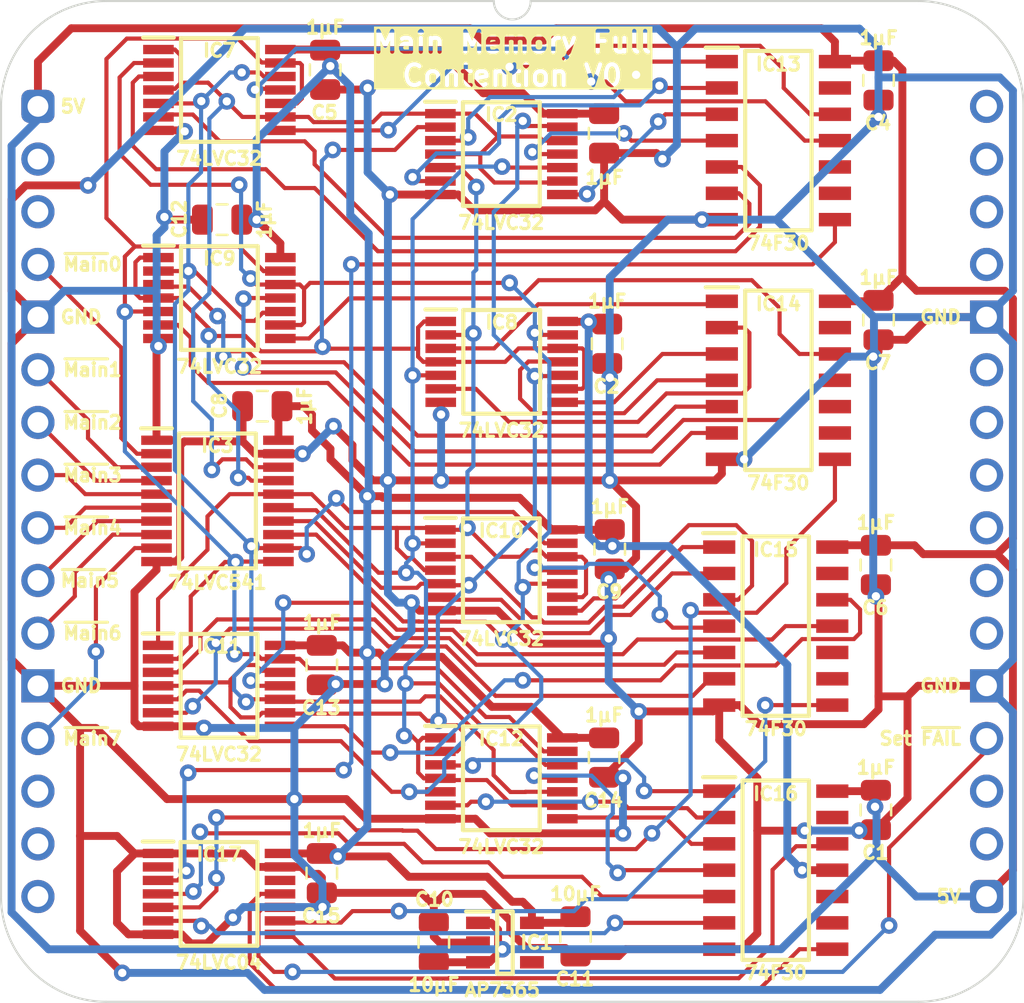
<source format=kicad_pcb>
(kicad_pcb (version 20241229) (generator "pcbnew") (generator_version "9.0")
  (title_block (title "Main Memory Full Abort") (date "2025-01-14") (rev "V0"))
  (layers (0 "F.Cu" signal) (2 "B.Cu" signal) (13 "F.Paste" user) (15 "B.Paste" user) (5 "F.SilkS" user "F.Silkscreen") (7 "B.SilkS" user "B.Silkscreen") (1 "F.Mask" user) (3 "B.Mask" user) (25 "Edge.Cuts" user))
  (net 0 "")
  (net 2 "~{Main}0")
  (net 3 "~{Main}2")
  (net 4 "~{Set Contention}")
  (net 9 "~{Main}1")
  (net 10 "~{Main}3")
  (net 12 "~{Main}4")
  (net 24 "/3.3V")
  (net 26 "~{Main}5")
  (net 28 "/~{Main}B3")
  (net 29 "GND")
  (net 30 "5V")
  (net 31 "/~{Main}B0")
  (net 32 "~{Main}6")
  (net 33 "~{Main}7")
  (net 34 "/~{Main}B1")
  (net 35 "/~{Main}B2")
  (net 36 "/~{Main}B4")
  (net 37 "/~{Main}B7")
  (net 38 "/~{Main}B6")
  (net 39 "Net-(IC13-Y)")
  (net 45 "Net-(IC14-Y)")
  (net 47 "Net-(IC15-Y)")
  (net 55 "/~{0+1}")
  (net 56 "/~{0+4}")
  (net 57 "/~{0+2}")
  (net 58 "/~{0+3}")
  (net 59 "/~{Main}B5")
  (net 60 "/~{0+6}")
  (net 61 "/~{0+7}")
  (net 62 "/~{0+5}")
  (net 63 "/~{6+7}")
  (net 64 "/~{1+2}")
  (net 65 "/~{1+3}")
  (net 66 "/~{1+5}")
  (net 67 "/~{1+4}")
  (net 68 "/~{1+6}")
  (net 69 "/~{1+7}")
  (net 70 "/~{5+7}")
  (net 71 "/~{5+6}")
  (net 72 "/~{2+5}")
  (net 73 "/~{2+4}")
  (net 74 "/~{2+6}")
  (net 75 "/~{2+3}")
  (net 76 "/~{4+6}")
  (net 77 "/~{2+7}")
  (net 78 "/~{4+7}")
  (net 79 "/~{4+5}")
  (net 80 "/~{3+7}")
  (net 81 "/~{3+4}")
  (net 82 "/~{3+6}")
  (net 83 "/~{3+5}")
  (net 84 "/(~{2+3})•(~{2+4})•(~{2+5})•(~{2+6})•(~{2+7})•(~{4+5})•(~{4+6})•(~{4+7})")
  (net 85 "/(~{1+2})•(~{1+3})•(~{1+4})•(~{1+5})•(~{1+6})•(~{1+7})•(~{5+6})•(~{5+7})")
  (net 86 "/(~{0+1})•(~{0+2})•(~{0+3})•(~{0+4})•(~{0+5})•(~{0+6})•(~{0+7})•(~{6+7})")
  (net 87 "Net-(IC16-Y)")
  (footprint "SamacSys_Parts:SOIC127P600X175-14N" (layer "F.Cu") (at 35.687 1.651)
    (property "Reference" "IC13")
    (property "Value" "SN74F30DR" (hide yes))
  )
  (footprint "SamacSys_Parts:C_0805" (layer "F.Cu") (at 40.386 33.909 180)
    (property "Reference" "C1")
    (property "Value" "1μF")
  )
  (footprint "SamacSys_Parts:C_0805" (layer "F.Cu") (at 13.682 36.957 180)
    (property "Reference" "C15")
    (property "Value" "1μF")
  )
  (footprint "SamacSys_Parts:SOP65P640X110-14N" (layer "F.Cu") (at 22.335 2.301)
    (property "Reference" "IC2")
    (property "Value" "74LVC32APW,118" (hide yes))
  )
  (footprint "SamacSys_Parts:SOP65P640X110-20N" (layer "F.Cu") (at 8.653 19.024)
    (property "Reference" "IC3")
    (property "Value" "74LVC541APW,118" (hide yes))
  )
  (footprint "SamacSys_Parts:SOP65P640X110-14N" (layer "F.Cu") (at 22.352 12.319)
    (property "Reference" "IC8")
    (property "Value" "74LVC32APW,118" (hide yes))
  )
  (footprint "SamacSys_Parts:C_0805" (layer "F.Cu") (at 27.288 31.384 180)
    (property "Reference" "C14")
    (property "Value" "1μF")
  )
  (footprint "SamacSys_Parts:SOP65P640X110-14N" (layer "F.Cu") (at 22.335 22.367)
    (property "Reference" "IC10")
    (property "Value" "74LVC32APW,118" (hide yes))
  )
  (footprint "SamacSys_Parts:C_0805" (layer "F.Cu") (at 8.89 5.461 90)
    (property "Reference" "C12")
    (property "Value" "1μF")
  )
  (footprint "SamacSys_Parts:SOIC127P600X175-14N" (layer "F.Cu") (at 35.56 25.0613)
    (property "Reference" "IC15")
    (property "Value" "SN74F30DR" (hide yes))
  )
  (footprint "SamacSys_Parts:C_0805" (layer "F.Cu") (at 10.829 14.456 90)
    (property "Reference" "C8")
    (property "Value" "1μF")
  )
  (footprint "SamacSys_Parts:C_0805" (layer "F.Cu") (at 27.288 1.285 180)
    (property "Reference" "C3" (hide yes))
    (property "Value" "1μF")
  )
  (footprint "SamacSys_Parts:SOP65P640X110-14N" (layer "F.Cu") (at 8.746 9.241)
    (property "Reference" "IC9")
    (property "Value" "74LVC32APW,118" (hide yes))
  )
  (footprint "SamacSys_Parts:SOIC127P600X175-14N" (layer "F.Cu") (at 35.687 13.208)
    (property "Reference" "IC14")
    (property "Value" "SN74F30DR" (hide yes))
  )
  (footprint "SamacSys_Parts:C_0805" (layer "F.Cu") (at 19.08 40.32)
    (property "Reference" "C10")
    (property "Value" "10µF")
  )
  (footprint "SamacSys_Parts:SOIC127P600X175-14N" (layer "F.Cu") (at 35.56 36.83)
    (property "Reference" "IC16")
    (property "Value" "SN74F30DR" (hide yes))
  )
  (footprint "SamacSys_Parts:SIP_16_Pins" (layer "F.Cu") (at 45.72 38.1 180)
    (property "Reference" "J3" (hide yes))
    (property "Value" "Conn_01x16" (hide yes))
  )
  (footprint "SamacSys_Parts:C_0805" (layer "F.Cu") (at 25.908 40.005 180)
    (property "Reference" "C11")
    (property "Value" "10µF")
  )
  (footprint "SamacSys_Parts:C_0805" (layer "F.Cu") (at 27.559 21.336 180)
    (property "Reference" "C9")
    (property "Value" "1μF")
  )
  (footprint "SamacSys_Parts:C_0805" (layer "F.Cu") (at 40.386 22.098 180)
    (property "Reference" "C6")
    (property "Value" "1μF")
  )
  (footprint "SamacSys_Parts:SIP_16_Pins" (layer "F.Cu") (at 0 0)
    (property "Reference" "J1" (hide yes))
    (property "Value" "Conn_01x16" (hide yes))
  )
  (footprint "SamacSys_Parts:C_0805" (layer "F.Cu") (at 40.513 -1.27 180)
    (property "Reference" "C4")
    (property "Value" "1μF")
  )
  (footprint "SamacSys_Parts:C_0805" (layer "F.Cu") (at 27.432 11.43 180)
    (property "Reference" "C2")
    (property "Value" "1μF")
  )
  (footprint "SamacSys_Parts:SOP65P640X110-14N" (layer "F.Cu") (at 8.729 37.973)
    (property "Reference" "IC17")
    (property "Value" "74LVC04APW,118" (hide yes))
  )
  (footprint "SamacSys_Parts:SOT95P285X130-5N" (layer "F.Cu") (at 22.509 40.32)
    (property "Reference" "IC1")
    (property "Value" "AP7365-33WG-7" (hide yes))
  )
  (footprint "SamacSys_Parts:C_0805" (layer "F.Cu") (at 13.682 26.924 180)
    (property "Reference" "C13")
    (property "Value" "1μF")
  )
  (footprint "SamacSys_Parts:SOP65P640X110-14N" (layer "F.Cu") (at 8.729 27.94)
    (property "Reference" "IC11")
    (property "Value" "74LVC32APW,118" (hide yes))
  )
  (footprint "SamacSys_Parts:C_0805" (layer "F.Cu") (at 40.513 10.287 180)
    (property "Reference" "C7")
    (property "Value" "1μF")
  )
  (footprint "SamacSys_Parts:SOP65P640X110-14N" (layer "F.Cu") (at 22.335 32.4)
    (property "Reference" "IC12")
    (property "Value" "74LVC32APW,118" (hide yes))
  )
  (footprint "SamacSys_Parts:SOP65P640X110-14N" (layer "F.Cu") (at 8.746 -0.792)
    (property "Reference" "IC7")
    (property "Value" "74LVC32APW,118" (hide yes))
  )
  (footprint "SamacSys_Parts:C_0805" (layer "F.Cu") (at 13.843 -1.778 180)
    (property "Reference" "C5")
    (property "Value" "1μF")
  )
  (footprint "SamacSys_Parts:PinHeader_1x16_P2.54mm_Vertical" (layer "B.Cu") (at 45.72 0 180)
    (property "Reference" "J2" (hide yes))
    (property "Value" "Pin_Header_01x16")
  )
  (footprint "SamacSys_Parts:PinHeader_1x16_P2.54mm_Vertical" (layer "B.Cu") (at 0 0 180)
    (property "Reference" "J4" (hide yes))
    (property "Value" "Pin_Header_01x16")
  )
  (gr_arc (start -1.778 0) (mid -0.299109 -3.588368) (end 3.283981 -5.08) (stroke (width 0.1)) (layer "Edge.Cuts"))
  (gr_line (start 21.971 -5.08) (end 3.283981 -5.08) (stroke (width 0.1)) (layer "Edge.Cuts"))
  (gr_line (start -1.778 0) (end -1.778 38.095) (stroke (width 0.1)) (layer "Edge.Cuts"))
  (gr_arc (start 23.749 -5.08) (mid 22.86 -4.191) (end 21.971 -5.08) (stroke (width 0.1)) (layer "Edge.Cuts"))
  (gr_line (start 42.436019 43.175) (end 3.283981 43.175) (stroke (width 0.1)) (layer "Edge.Cuts"))
  (gr_arc (start 42.436019 -5.08) (mid 46.019109 -3.588368) (end 47.498 0) (stroke (width 0.1)) (layer "Edge.Cuts"))
  (gr_arc (start 3.283981 43.175) (mid -0.299109 41.683368) (end -1.778 38.095) (stroke (width 0.1)) (layer "Edge.Cuts"))
  (gr_arc (start 47.498 38.095) (mid 46.019109 41.683368) (end 42.436019 43.175) (stroke (width 0.1)) (layer "Edge.Cuts"))
  (gr_line (start 42.436019 -5.08) (end 23.749 -5.08) (stroke (width 0.1)) (layer "Edge.Cuts"))
  (gr_line (start 47.498 0) (end 47.498 38.095) (stroke (width 0.1)) (layer "Edge.Cuts"))
  (gr_text "~{Main}1" (at 1.143 12.7 0) (layer "F.SilkS") (effects (font (size 0.635 0.635) (thickness 0.15) (bold yes)) (justify left)))
  (gr_text "~{Main}0" (at 1.143 7.62 0) (layer "F.SilkS") (effects (font (size 0.635 0.635) (thickness 0.15) (bold yes)) (justify left)))
  (gr_text "~{Main}7" (at 1.143 30.48 0) (layer "F.SilkS") (effects (font (size 0.635 0.635) (thickness 0.15) (bold yes)) (justify left)))
  (gr_text "~{Main}3" (at 1.143 17.78 0) (layer "F.SilkS") (effects (font (size 0.635 0.635) (thickness 0.15) (bold yes)) (justify left)))
  (gr_text "5V" (at 1.016 0 0) (layer "F.SilkS") (effects (font (size 0.635 0.635) (thickness 0.15) (bold yes)) (justify left)))
  (gr_text "~{Main}6" (at 1.143 25.4 0) (layer "F.SilkS") (effects (font (size 0.635 0.635) (thickness 0.15) (bold yes)) (justify left)))
  (gr_text "GND" (at 1.016 27.94 0) (layer "F.SilkS") (effects (font (size 0.635 0.635) (thickness 0.15) (bold yes)) (justify left)))
  (gr_text "GND" (at 44.577 27.94 0) (layer "F.SilkS") (effects (font (size 0.635 0.635) (thickness 0.15) (bold yes)) (justify right)))
  (gr_text "Main Memory Full\nContention V0" (at 22.86 -2.286 0) (layer "F.SilkS" knockout) (effects (font (size 1 1) (thickness 0.2) (bold yes))))
  (gr_text "GND" (at 44.577 10.16 0) (layer "F.SilkS") (effects (font (size 0.635 0.635) (thickness 0.15) (bold yes)) (justify right)))
  (gr_text "~{Main}4" (at 1.143 20.32 0) (layer "F.SilkS") (effects (font (size 0.635 0.635) (thickness 0.15) (bold yes)) (justify left)))
  (gr_text "~{Main}5" (at 1.016 22.86 0) (layer "F.SilkS") (effects (font (size 0.635 0.635) (thickness 0.15) (bold yes)) (justify left)))
  (gr_text "~{Main}2" (at 1.143 15.24 0) (layer "F.SilkS") (effects (font (size 0.635 0.635) (thickness 0.15) (bold yes)) (justify left)))
  (gr_text "GND" (at 1.016 10.16 0) (layer "F.SilkS") (effects (font (size 0.635 0.635) (thickness 0.15) (bold yes)) (justify left)))
  (gr_text "Set ~{FAIL}" (at 44.577 30.48 0) (layer "F.SilkS") (effects (font (size 0.635 0.635) (thickness 0.15) (bold yes)) (justify right)))
  (gr_text "5V" (at 44.577 38.1 0) (layer "F.SilkS") (effects (font (size 0.635 0.635) (thickness 0.15) (bold yes)) (justify right)))
  (segment (start 4.0188 11.6388) (end 4.0188 15.9903) (width 0.2) (layer "F.Cu") (net 2))
  (segment (start 4.0188 15.9903) (end 4.7775 16.749) (width 0.2) (layer "F.Cu") (net 2))
  (segment (start 0 7.62) (end 4.0188 11.6388) (width 0.2) (layer "F.Cu") (net 2))
  (segment (start 4.7775 16.749) (end 5.715 16.749) (width 0.2) (layer "F.Cu") (net 2))
  (segment (start 0 15.24) (end 2.809 18.049) (width 0.2) (layer "F.Cu") (net 3))
  (segment (start 2.809 18.049) (end 5.715 18.049) (width 0.2) (layer "F.Cu") (net 3))
  (segment (start 10.6278 38.862) (end 10.6278 40.9808) (width 0.2) (layer "F.Cu") (net 4))
  (segment (start 45.72 31.050744) (end 41.021 35.749744) (width 0.2) (layer "F.Cu") (net 4))
  (segment (start 11.667 38.623) (end 10.8668 38.623) (width 0.2) (layer "F.Cu") (net 4))
  (segment (start 41.021 35.749744) (end 41.021 39.49701) (width 0.2) (layer "F.Cu") (net 4))
  (segment (start 10.8668 38.623) (end 10.6278 38.862) (width 0.2) (layer "F.Cu") (net 4))
  (segment (start 11.381 41.734) (end 12.27132 41.734) (width 0.2) (layer "F.Cu") (net 4))
  (segment (start 10.6278 40.9808) (end 11.381 41.734) (width 0.2) (layer "F.Cu") (net 4))
  (via (at 12.27132 41.734) (size 0.8) (drill 0.4) (layers "F.Cu" "B.Cu") (net 4))
  (via (at 41.021 39.49701) (size 0.8) (drill 0.4) (layers "F.Cu" "B.Cu") (net 4))
  (segment (start 12.27132 41.734) (end 38.78401 41.734) (width 0.2) (layer "B.Cu") (net 4))
  (segment (start 38.78401 41.734) (end 41.021 39.49701) (width 0.2) (layer "B.Cu") (net 4))
  (segment (start 0 12.7) (end 2.413 15.113) (width 0.2) (layer "F.Cu") (net 9))
  (segment (start 3.81 17.399) (end 5.715 17.399) (width 0.2) (layer "F.Cu") (net 9))
  (segment (start 2.413 16.002) (end 3.81 17.399) (width 0.2) (layer "F.Cu") (net 9))
  (segment (start 2.413 15.113) (end 2.413 16.002) (width 0.2) (layer "F.Cu") (net 9))
  (segment (start 1.367 17.78) (end 2.286 18.699) (width 0.2) (layer "F.Cu") (net 10))
  (segment (start 0 17.78) (end 1.367 17.78) (width 0.2) (layer "F.Cu") (net 10))
  (segment (start 2.286 18.699) (end 5.715 18.699) (width 0.2) (layer "F.Cu") (net 10))
  (segment (start 1.315 20.32) (end 2.286 19.349) (width 0.2) (layer "F.Cu") (net 12))
  (segment (start 0 20.32) (end 1.315 20.32) (width 0.2) (layer "F.Cu") (net 12))
  (segment (start 2.286 19.349) (end 5.715 19.349) (width 0.2) (layer "F.Cu") (net 12))
  (segment (start 24.354 0.351) (end 23.368 -0.635) (width 0.38) (layer "F.Cu") (net 24))
  (segment (start 11.591 16.099) (end 11.591 14.628) (width 0.38) (layer "F.Cu") (net 24))
  (segment (start 25.273 20.417) (end 24.7605 20.417) (width 0.38) (layer "F.Cu") (net 24))
  (segment (start 11.684 -2.742) (end 13.813 -2.742) (width 0.38) (layer "F.Cu") (net 24))
  (segment (start 14.303764 36.023) (end 14.447794 36.16703) (width 0.38) (layer "F.Cu") (net 24))
  (segment (start 27.559 21.075) (end 27.559 20.402) (width 0.38) (layer "F.Cu") (net 24))
  (segment (start 14.447794 36.16703) (end 16.891 36.16703) (width 0.38) (layer "F.Cu") (net 24))
  (segment (start 11.667 25.99) (end 13.682 25.99) (width 0.38) (layer "F.Cu") (net 24))
  (segment (start 23.809 38.795) (end 23.809 39.37) (width 0.38) (layer "F.Cu") (net 24))
  (segment (start 27.288 0.351) (end 25.273 0.351) (width 0.38) (layer "F.Cu") (net 24))
  (segment (start 11.684 7.291) (end 11.684 6.604012) (width 0.38) (layer "F.Cu") (net 24))
  (segment (start 21.6535 37.1475) (end 22.86 38.354) (width 0.38) (layer "F.Cu") (net 24))
  (segment (start 13.682 25.99) (end 14.687 25.99) (width 0.38) (layer "F.Cu") (net 24))
  (segment (start 15.875 18.796) (end 14.097 17.018) (width 0.38) (layer "F.Cu") (net 24))
  (segment (start 23.2175 18.874) (end 16.637 18.874) (width 0.38) (layer "F.Cu") (net 24))
  (segment (start 25.273 30.45) (end 23.778 28.955) (width 0.38) (layer "F.Cu") (net 24))
  (segment (start 23.368 38.354) (end 23.809 38.795) (width 0.38) (layer "F.Cu") (net 24))
  (segment (start 27.288 30.45) (end 25.273 30.45) (width 0.38) (layer "F.Cu") (net 24))
  (segment (start 23.809 39.37) (end 25.922 39.37) (width 0.38) (layer "F.Cu") (net 24))
  (segment (start 13.208 14.859) (end 13.208 15.621) (width 0.38) (layer "F.Cu") (net 24))
  (segment (start 11.763 14.456) (end 12.805 14.456) (width 0.38) (layer "F.Cu") (net 24))
  (segment (start 38.285 36.83) (end 36.830006 36.83) (width 0.38) (layer "F.Cu") (net 24))
  (segment (start 23.368 -0.635) (end 21.463 -0.635) (width 0.38) (layer "F.Cu") (net 24))
  (segment (start 26.655 10.496) (end 26.543 10.384) (width 0.38) (layer "F.Cu") (net 24))
  (segment (start 13.682 36.023) (end 14.303764 36.023) (width 0.38) (layer "F.Cu") (net 24))
  (segment (start 21.6535 37.1475) (end 17.87147 37.1475) (width 0.38) (layer "F.Cu") (net 24))
  (segment (start 27.686 21.202) (end 27.559 21.075) (width 0.38) (layer "F.Cu") (net 24))
  (segment (start 16.434 26.34) (end 15.875 26.34) (width 0.38) (layer "F.Cu") (net 24))
  (segment (start 16.559 18.796) (end 16.637 18.874) (width 0.38) (layer "F.Cu") (net 24))
  (segment (start 21.8795 28.955) (end 19.4675 26.543) (width 0.38) (layer "F.Cu") (net 24))
  (segment (start 11.684 6.604012) (end 10.540988 5.461) (width 0.38) (layer "F.Cu") (net 24))
  (segment (start 19.386 -2.712) (end 13.843 -2.712) (width 0.38) (layer "F.Cu") (net 24))
  (segment (start 21.463 -0.635) (end 19.386 -2.712) (width 0.38) (layer "F.Cu") (net 24))
  (segment (start 15.037 26.34) (end 15.875 26.34) (width 0.38) (layer "F.Cu") (net 24))
  (segment (start 9.824 5.461) (end 10.540988 5.461) (width 0.38) (layer "F.Cu") (net 24))
  (segment (start 23.778 28.955) (end 21.8795 28.955) (width 0.38) (layer "F.Cu") (net 24))
  (segment (start 14.097 17.018) (end 14.097 16.51) (width 0.38) (layer "F.Cu") (net 24))
  (segment (start 27.432 10.496) (end 26.655 10.496) (width 0.38) (layer "F.Cu") (net 24))
  (segment (start 12.805 14.456) (end 13.208 14.859) (width 0.38) (layer "F.Cu") (net 24))
  (segment (start 27.544 20.417) (end 25.273 20.417) (width 0.38) (layer "F.Cu") (net 24))
  (segment (start 14.687 25.99) (end 15.037 26.34) (width 0.38) (layer "F.Cu") (net 24))
  (segment (start 19.4675 26.543) (end 16.637 26.543) (width 0.38) (layer "F.Cu") (net 24))
  (segment (start 27.32 10.384) (end 25.305 10.384) (width 0.38) (layer "F.Cu") (net 24))
  (segment (start 13.682 36.023) (end 11.667 36.023) (width 0.38) (layer "F.Cu") (net 24))
  (segment (start 16.637 26.543) (end 16.434 26.34) (width 0.38) (layer "F.Cu") (net 24))
  (segment (start 15.875 18.796) (end 16.559 18.796) (width 0.38) (layer "F.Cu") (net 24))
  (segment (start 25.273 0.351) (end 24.354 0.351) (width 0.38) (layer "F.Cu") (net 24))
  (segment (start 14.092043 -2.462957) (end 14.092043 -1.942) (width 0.38) (layer "F.Cu") (net 24))
  (segment (start 17.87147 37.1475) (end 16.891 36.16703) (width 0.38) (layer "F.Cu") (net 24))
  (segment (start 24.7605 20.417) (end 23.2175 18.874) (width 0.38) (layer "F.Cu") (net 24))
  (segment (start 13.208 15.621) (end 14.097 16.51) (width 0.38) (layer "F.Cu") (net 24))
  (segment (start 22.86 38.354) (end 23.368 38.354) (width 0.38) (layer "F.Cu") (net 24))
  (via (at 14.447794 36.16703) (size 0.8) (drill 0.4) (layers "F.Cu" "B.Cu") (net 24))
  (via (at 27.686 21.202) (size 0.8) (drill 0.4) (layers "F.Cu" "B.Cu") (net 24))
  (via (at 36.830006 36.83) (size 0.8) (drill 0.4) (layers "F.Cu" "B.Cu") (net 24))
  (via (at 14.092043 -1.942) (size 0.8) (drill 0.4) (layers "F.Cu" "B.Cu") (net 24))
  (via (at 26.543 10.384) (size 0.8) (drill 0.4) (layers "F.Cu" "B.Cu") (net 24))
  (via (at 10.540988 5.461) (size 0.8) (drill 0.4) (layers "F.Cu" "B.Cu") (net 24))
  (via (at 15.875 26.34) (size 0.8) (drill 0.4) (layers "F.Cu" "B.Cu") (net 24))
  (via (at 15.875 18.796) (size 0.8) (drill 0.4) (layers "F.Cu" "B.Cu") (net 24))
  (segment (start 15.875 26.34) (end 15.875 18.796) (width 0.38) (layer "B.Cu") (net 24))
  (segment (start 27.686 21.202) (end 30.389 21.202) (width 0.38) (layer "B.Cu") (net 24))
  (segment (start 26.543 20.701) (end 26.543 10.384) (width 0.38) (layer "B.Cu") (net 24))
  (segment (start 27.686 21.202) (end 27.044 21.202) (width 0.38) (layer "B.Cu") (net 24))
  (segment (start 15.051676 -0.982367) (end 15.051676 5.239736) (width 0.38) (layer "B.Cu") (net 24))
  (segment (start 10.540988 5.461) (end 10.540988 1.609055) (width 0.38) (layer "B.Cu") (net 24))
  (segment (start 15.941 18.73) (end 15.875 18.796) (width 0.38) (layer "B.Cu") (net 24))
  (segment (start 36.117 36.116994) (end 36.830006 36.83) (width 0.38) (layer "B.Cu") (net 24))
  (segment (start 15.941 6.12906) (end 15.941 18.73) (width 0.38) (layer "B.Cu") (net 24))
  (segment (start 15.051676 5.239736) (end 15.941 6.12906) (width 0.38) (layer "B.Cu") (net 24))
  (segment (start 14.447794 36.16703) (end 15.875 34.739824) (width 0.38) (layer "B.Cu") (net 24))
  (segment (start 15.875 34.739824) (end 15.875 26.34) (width 0.38) (layer "B.Cu") (net 24))
  (segment (start 30.389 21.202) (end 36.117 26.93) (width 0.38) (layer "B.Cu") (net 24))
  (segment (start 10.540988 1.609055) (end 14.092043 -1.942) (width 0.38) (layer "B.Cu") (net 24))
  (segment (start 36.117 26.93) (end 36.117 36.116994) (width 0.38) (layer "B.Cu") (net 24))
  (segment (start 14.092043 -1.942) (end 15.051676 -0.982367) (width 0.38) (layer "B.Cu") (net 24))
  (segment (start 27.044 21.202) (end 26.543 20.701) (width 0.38) (layer "B.Cu") (net 24))
  (segment (start 0 22.86) (end 2.861 19.999) (width 0.2) (layer "F.Cu") (net 26))
  (segment (start 2.861 19.999) (end 5.715 19.999) (width 0.2) (layer "F.Cu") (net 26))
  (segment (start 17.653 30.352996) (end 18.013396 30.352996) (width 0.2) (layer "F.Cu") (net 28))
  (segment (start 17.714516 27.8223) (end 19.3197 27.8223) (width 0.2) (layer "F.Cu") (net 28))
  (segment (start 19.3197 27.8223) (end 21.3424 29.845) (width 0.2) (layer "F.Cu") (net 28))
  (segment (start 19.3921 21.0719) (end 18.0565 21.0719) (width 0.2) (layer "F.Cu") (net 28))
  (segment (start 24.457 31.75) (end 25.273 31.75) (width 0.2) (layer "F.Cu") (net 28))
  (segment (start 18.542 30.45) (end 19.397 30.45) (width 0.2) (layer "F.Cu") (net 28))
  (segment (start 18.013396 30.352996) (end 18.3262 30.6658) (width 0.2) (layer "F.Cu") (net 28))
  (segment (start 13.400954 19.4723) (end 16.415854 22.4872) (width 0.2) (layer "F.Cu") (net 28))
  (segment (start 21.3424 29.845) (end 22.552 29.845) (width 0.2) (layer "F.Cu") (net 28))
  (segment (start 19.397 32.4) (end 18.5992 32.4) (width 0.2) (layer "F.Cu") (net 28))
  (segment (start 18.0581 12.969) (end 18.0565 12.9706) (width 0.2) (layer "F.Cu") (net 28))
  (segment (start 16.415854 22.4872) (end 17.7456 22.4872) (width 0.2) (layer "F.Cu") (net 28))
  (segment (start 19.4818 32.4848) (end 21.632115 32.4848) (width 0.2) (layer "F.Cu") (net 28))
  (segment (start 22.847315 33.7) (end 25.273 33.7) (width 0.2) (layer "F.Cu") (net 28))
  (segment (start 19.414 12.969) (end 18.0581 12.969) (width 0.2) (layer "F.Cu") (net 28))
  (segment (start 18.3262 32.127) (end 18.3262 30.6658) (width 0.2) (layer "F.Cu") (net 28))
  (segment (start 22.552 29.845) (end 24.457 31.75) (width 0.2) (layer "F.Cu") (net 28))
  (segment (start 18.3262 30.6658) (end 18.542 30.45) (width 0.2) (layer "F.Cu") (net 28))
  (segment (start 22.417896 2.951) (end 22.369948 2.903052) (width 0.2) (layer "F.Cu") (net 28))
  (segment (start 21.632115 32.4848) (end 22.847315 33.7) (width 0.2) (layer "F.Cu") (net 28))
  (segment (start 25.273 2.951) (end 22.417896 2.951) (width 0.2) (layer "F.Cu") (net 28))
  (segment (start 11.7143 19.4723) (end 13.400954 19.4723) (width 0.2) (layer "F.Cu") (net 28))
  (segment (start 18.5992 32.4) (end 18.3262 32.127) (width 0.2) (layer "F.Cu") (net 28))
  (via (at 18.0565 12.9706) (size 0.8) (drill 0.4) (layers "F.Cu" "B.Cu") (net 28))
  (via (at 17.7456 22.4872) (size 0.8) (drill 0.4) (layers "F.Cu" "B.Cu") (net 28))
  (via (at 22.369948 2.903052) (size 0.8) (drill 0.4) (layers "F.Cu" "B.Cu") (net 28))
  (via (at 17.653 30.352996) (size 0.8) (drill 0.4) (layers "F.Cu" "B.Cu") (net 28))
  (via (at 17.714516 27.8223) (size 0.8) (drill 0.4) (layers "F.Cu" "B.Cu") (net 28))
  (via (at 18.0565 21.0719) (size 0.8) (drill 0.4) (layers "F.Cu" "B.Cu") (net 28))
  (segment (start 18.0565 21.0719) (end 18.0565 12.9706) (width 0.2) (layer "B.Cu") (net 28))
  (segment (start 18.7028 26.0012) (end 17.714516 26.989484) (width 0.2) (layer "B.Cu") (net 28))
  (segment (start 18.0565 21.0719) (end 18.0565 21.717) (width 0.2) (layer "B.Cu") (net 28))
  (segment (start 17.714516 27.8223) (end 17.653 27.883816) (width 0.2) (layer "B.Cu") (net 28))
  (segment (start 17.7456 22.0279) (end 18.0565 21.717) (width 0.2) (layer "B.Cu") (net 28))
  (segment (start 17.653 27.883816) (end 17.653 30.352996) (width 0.2) (layer "B.Cu") (net 28))
  (segment (start 17.7456 22.4872) (end 17.7456 22.0279) (width 0.2) (layer "B.Cu") (net 28))
  (segment (start 18.2962 22.4872) (end 18.7028 22.8938) (width 0.2) (layer "B.Cu") (net 28))
  (segment (start 20.591948 2.903052) (end 22.369948 2.903052) (width 0.2) (layer "B.Cu") (net 28))
  (segment (start 17.7456 22.4872) (end 18.2962 22.4872) (width 0.2) (layer "B.Cu") (net 28))
  (segment (start 18.7028 22.8938) (end 18.7028 26.0012) (width 0.2) (layer "B.Cu") (net 28))
  (segment (start 18.0565 5.4385) (end 20.591948 2.903052) (width 0.2) (layer "B.Cu") (net 28))
  (segment (start 17.714516 26.989484) (end 17.714516 27.8223) (width 0.2) (layer "B.Cu") (net 28))
  (segment (start 18.0565 12.9706) (end 18.0565 5.4385) (width 0.2) (layer "B.Cu") (net 28))
  (segment (start 20.253 4.251) (end 19.397 4.251) (width 0.38) (layer "F.Cu") (net 29))
  (segment (start 41.91 28.448) (end 42.418 27.94) (width 0.38) (layer "F.Cu") (net 29))
  (segment (start 9.8995 36.023) (end 10.5495 36.673) (width 0.38) (layer "F.Cu") (net 29))
  (segment (start 27.288 32.35) (end 28.956 30.682) (width 0.38) (layer "F.Cu") (net 29))
  (segment (start 5.808 11.191) (end 5.808 11.557) (width 0.38) (layer "F.Cu") (net 29))
  (segment (start 39.621704 34.875) (end 39.57669 34.920014) (width 0.38) (layer "F.Cu") (net 29))
  (segment (start 16.715 27.8535) (end 14.351 27.8535) (width 0.38) (layer "F.Cu") (net 29))
  (segment (start 19.431 18.034) (end 27.559 18.034) (width 0.38) (layer "F.Cu") (net 29))
  (segment (start 11.591 16.749) (end 10.458 16.749) (width 0.38) (layer "F.Cu") (net 29))
  (segment (start 28.956 30.682) (end 28.956 29.174) (width 0.38) (layer "F.Cu") (net 29))
  (segment (start 34.671 39.878) (end 34.671 34.925) (width 0.38) (layer "F.Cu") (net 29))
  (segment (start 7.0563 16.154) (end 6.8584 16.3519) (width 0.38) (layer "F.Cu") (net 29))
  (segment (start 19.397 34.35) (end 15.808 34.35) (width 0.38) (layer "F.Cu") (net 29))
  (segment (start 25.417 40.58) (end 23.5447 40.58) (width 0.38) (layer "F.Cu") (net 29))
  (segment (start 8.153376 40.360624) (end 9.398 39.116) (width 0.38) (layer "F.Cu") (net 29))
  (segment (start 41.91 33.351) (end 41.91 28.448) (width 0.38) (layer "F.Cu") (net 29))
  (segment (start 13.029988 37.008012) (end 12.694976 36.673) (width 0.38) (layer "F.Cu") (net 29))
  (segment (start 2.794 29.972) (end 2.032 29.972) (width 0.38) (layer "F.Cu") (net 29))
  (segment (start 28.1686 5.461) (end 32.004006 5.461) (width 0.38) (layer "F.Cu") (net 29))
  (segment (start 40.386 34.875) (end 39.621704 34.875) (width 0.38) (layer "F.Cu") (net 29))
  (segment (start 0 27.94) (end -1.27 26.67) (width 0.38) (layer "F.Cu") (net 29))
  (segment (start 34.036 17.018) (end 32.962 17.018) (width 0.38) (layer "F.Cu") (net 29))
  (segment (start 15.808 34.35) (end 14.859 33.401) (width 0.38) (layer "F.Cu") (net 29))
  (segment (start -0.587457 3.81) (end 2.413 3.81) (width 0.38) (layer "F.Cu") (net 29))
  (segment (start 32.962 17.711) (end 32.639 18.034) (width 0.38) (layer "F.Cu") (net 29))
  (segment (start 27.288 32.35) (end 28.159 32.35) (width 0.38) (layer "F.Cu") (net 29))
  (segment (start 7.924 5.461) (end 6.223 5.461) (width 0.38) (layer "F.Cu") (net 29))
  (segment (start 13.682 37.923) (end 18.492 37.923) (width 0.38) (layer "F.Cu") (net 29))
  (segment (start -1.27 26.67) (end -1.27 11.43) (width 0.38) (layer "F.Cu") (net 29))
  (segment (start 45.72 10.16) (end 42.926 10.16) (width 0.38) (layer "F.Cu") (net 29))
  (segment (start 23.749 25.908) (end 27.253828 25.908) (width 0.38) (layer "F.Cu") (net 29))
  (segment (start 40.513 -0.304) (end 40.513 0.508) (width 0.38) (layer "F.Cu") (net 29))
  (segment (start 19.08 38.511) (end 19.08 39.354) (width 0.38) (layer "F.Cu") (net 29))
  (segment (start 32.962 5.461) (end 32.004006 5.461) (width 0.38) (layer "F.Cu") (net 29))
  (segment (start 40.386 23.622) (end 40.513 23.749) (width 0.38) (layer "F.Cu") (net 29))
  (segment (start 5.791 36.023) (end 4.6735 36.023) (width 0.38) (layer "F.Cu") (net 29))
  (segment (start 29.81 2.251) (end 30.099 2.54) (width 0.38) (layer "F.Cu") (net 29))
  (segment (start 27.432 12.954) (end 27.559 13.081) (width 0.38) (layer "F.Cu") (net 29))
  (segment (start 2.032 29.972) (end 2.032 35.179) (width 0.38) (layer "F.Cu") (net 29))
  (segment (start 21.784006 35.052006) (end 28.194006 35.052006) (width 0.38) (layer "F.Cu") (net 29))
  (segment (start 41.833 11.253) (end 42.926 10.16) (width 0.38) (layer "F.Cu") (net 29))
  (segment (start 40.386 34.875) (end 41.91 33.351) (width 0.38) (layer "F.Cu") (net 29))
  (segment (start 6.223 5.461) (end 6.096 5.334) (width 0.38) (layer "F.Cu") (net 29))
  (segment (start 7.027439 1.158) (end 7.072595 1.203156) (width 0.38) (layer "F.Cu") (net 29))
  (segment (start -1.27 8.89) (end -1.27 4.492543) (width 0.38) (layer "F.Cu") (net 29))
  (segment (start 19.365 40.32) (end 21.209 40.32) (width 0.38) (layer "F.Cu") (net 29))
  (segment (start 27.559 22.302) (end 28.284 22.302) (width 0.38) (layer "F.Cu") (net 29))
  (segment (start 34.671 34.925) (end 34.671 32.385) (width 0.38) (layer "F.Cu") (net 29))
  (segment (start 19.397 4.251) (end 16.963196 4.251) (width 0.38) (layer "F.Cu") (net 29))
  (segment (start 16.129 18.034) (end 15.159983 17.064983) (width 0.38) (layer "F.Cu") (net 29))
  (segment (start 36.957 34.925) (end 34.671 34.925) (width 0.38) (layer "F.Cu") (net 29))
  (segment (start -1.27 11.43) (end 0 10.16) (width 0.38) (layer "F.Cu") (net 29))
  (segment (start 12.752029 16.749) (end 11.591 16.749) (width 0.38) (layer "F.Cu") (net 29))
  (segment (start 18.3898 24.317) (end 19.397 24.317) (width 0.38) (layer "F.Cu") (net 29))
  (segment (start 32.835 28.8713) (end 32.5323 29.174) (width 0.38) (layer "F.Cu") (net 29))
  (segment (start 32.962 17.018) (end 32.962 17.711) (width 0.38) (layer "F.Cu") (net 29))
  (segment (start 32.5323 29.174) (end 28.956 29.174) (width 0.38) (layer "F.Cu") (net 29))
  (segment (start 5.715 11.65) (end 5.808 11.557) (width 0.38) (layer "F.Cu") (net 29))
  (segment (start 42.418 27.94) (end 45.72 27.94) (width 0.38) (layer "F.Cu") (net 29))
  (segment (start 28.829 19.304) (end 27.559 18.034) (width 0.38) (layer "F.Cu") (net 29))
  (segment (start 13.682 37.923) (end 13.682 38.574) (width 0.38) (layer "F.Cu") (net 29))
  (segment (start 22.158 24.317) (end 23.749 25.908) (width 0.38) (layer "F.Cu") (net 29))
  (segment (start 27.559 22.757652) (end 27.507828 22.808824) (width 0.38) (layer "F.Cu") (net 29))
  (segment (start 6.8584 16.3519) (end 6.8584 21.7356) (width 0.38) (layer "F.Cu") (net 29))
  (segment (start 40.513 11.253) (end 41.833 11.253) (width 0.38) (layer "F.Cu") (net 29))
  (segment (start 4.6541 27.94) (end 4.6541 23.4124) (width 0.38) (layer "F.Cu") (net 29))
  (segment (start 12.694976 36.673) (end 11.667 36.673) (width 0.38) (layer "F.Cu") (net 29))
  (segment (start 6.928376 39.923) (end 7.366 40.360624) (width 0.38) (layer "F.Cu") (net 29))
  (segment (start 6.6055 16.099) (end 6.8584 16.3519) (width 0.38) (layer "F.Cu") (net 29))
  (segment (start 32.835 30.549) (end 32.835 28.8713) (width 0.38) (layer "F.Cu") (net 29))
  (segment (start 5.791 39.923) (end 6.928376 39.923) (width 0.38) (layer "F.Cu") (net 29))
  (segment (start 27.253828 25.908) (end 27.507828 25.654) (width 0.38) (layer "F.Cu") (net 29))
  (segment (start 27.559 22.302) (end 27.559 22.757652) (width 0.38) (layer "F.Cu") (net 29))
  (segment (start 4.6541 23.4124) (end 5.715 22.3515) (width 0.38) (layer "F.Cu") (net 29))
  (segment (start 16.963196 4.251) (end 16.963193 4.251003) (width 0.38) (layer "F.Cu") (net 29))
  (segment (start 28.321 40.64) (end 32.835 40.64) (width 0.38) (layer "F.Cu") (net 29))
  (segment (start 15.159983 16.336018) (end 14.242695 15.41873) (width 0.38) (layer "F.Cu") (net 29))
  (segment (start 19.618 37.973) (end 19.08 38.511) (width 0.38) (layer "F.Cu") (net 29))
  (segment (start 27.288 4.5804) (end 26.855923 5.012477) (width 0.38) (layer "F.Cu") (net 29))
  (segment (start 5.791 29.89) (end 4.8672 29.89) (width 0.38) (layer "F.Cu") (net 29))
  (segment (start 25.858 41.021) (end 25.417 40.58) (width 0.38) (layer "F.Cu") (net 29))
  (segment (start 12.359508 33.401) (end 6.223 33.401) (width 0.38) (layer "F.Cu") (net 29))
  (segment (start -1.27 4.492543) (end -0.587457 3.81) (width 0.38) (layer "F.Cu") (net 29))
  (segment (start 5.715 22.3515) (end 5.715 21.949) (width 0.38) (layer "F.Cu") (net 29))
  (segment (start 4.6735 36.023) (end 3.812057 36.884443) (width 0.38) (layer "F.Cu") (net 29))
  (segment (start 40.513 11.811002) (end 40.259 12.065002) (width 0.38) (layer "F.Cu") (net 29))
  (segment (start 21.082 34.35) (end 21.784006 35.052006) (width 0.38) (layer "F.Cu") (net 29))
  (segment (start 5.715 16.099) (end 5.715 11.65) (width 0.38) (layer "F.Cu") (net 29))
  (segment (start 21.463 37.973) (end 19.618 37.973) (width 0.38) (layer "F.Cu") (net 29))
  (segment (start 7.919004 29.89) (end 8.000996 29.971992) (width 0.38) (layer "F.Cu") (net 29))
  (segment (start 21.014477 5.012477) (end 20.253 4.251) (width 0.38) (layer "F.Cu") (net 29))
  (segment (start 28.829 21.757) (end 28.829 19.304) (width 0.38) (layer "F.Cu") (net 29))
  (segment (start 26.855923 5.012477) (end 21.014477 5.012477) (width 0.38) (layer "F.Cu") (net 29))
  (segment (start 40.513 28.448) (end 40.513 29.083) (width 0.38) (layer "F.Cu") (net 29))
  (segment (start 32.835 40.64) (end 33.909 40.64) (width 0.38) (layer "F.Cu") (net 29))
  (segment (start 27.288 4.5804) (end 28.1686 5.461) (width 0.38) (layer "F.Cu") (net 29))
  (segment (start 40.513 28.448) (end 41.91 28.448) (width 0.38) (layer "F.Cu") (net 29))
  (segment (start 13.682 37.923) (end 13.682 37.177) (width 0.38) (layer "F.Cu") (net 29))
  (segment (start 7.0563 16.154) (end 9.863 16.154) (width 0.38) (layer "F.Cu") (net 29))
  (segment (start 4.363 39.923) (end 5.791 39.923) (width 0.38) (layer "F.Cu") (net 29))
  (segment (start 27.432 12.396) (end 27.432 12.954) (width 0.38) (layer "F.Cu") (net 29))
  (segment (start 0 10.16) (end -1.27 8.89) (width 0.38) (layer "F.Cu") (net 29))
  (segment (start 5.791 29.89) (end 7.919004 29.89) (width 0.38) (layer "F.Cu") (net 29))
  (segment (start 23.5447 40.58) (end 22.7602 39.7955) (width 0.38) (layer "F.Cu") (net 29))
  (segment (start 13.513012 37.008012) (end 13.029988 37.008012) (width 0.38) (layer "F.Cu") (net 29))
  (segment (start 6.8584 21.7356) (end 6.645 21.949) (width 0.38) (layer "F.Cu") (net 29))
  (segment (start 22.7602 39.7955) (end 22.7602 39.2702) (width 0.38) (layer "F.Cu") (net 29))
  (segment (start 13.682 38.574) (end 13.716 38.608) (width 0.38) (layer "F.Cu") (net 29))
  (segment (start 5.808 1.158) (end 7.027439 1.158) (width 0.38) (layer "F.Cu") (net 29))
  (segment (start 4.6541 29.6769) (end 4.6541 27.94) (width 0.38) (layer "F.Cu") (net 29))
  (segment (start 4.8672 29.89) (end 4.6541 29.6769) (width 0.38) (layer "F.Cu") (net 29))
  (segment (start 40.386 23.622) (end 40.386 23.064) (width 0.38) (layer "F.Cu") (net 29))
  (segment (start 28.284 22.302) (end 28.829 21.757) (width 0.38) (layer "F.Cu") (net 29))
  (segment (start 10.5495 36.673) (end 11.667 36.673) (width 0.38) (layer "F.Cu") (net 29))
  (segment (start 34.743353 29.790353) (end 33.8243 28.8713) (width 0.38) (layer "F.Cu") (net 29))
  (segment (start 4.6541 27.94) (end 0 27.94) (width 0.38) (layer "F.Cu") (net 29))
  (segment (start 33.8243 28.8713) (end 32.835 28.8713) (width 0.38) (layer "F.Cu") (net 29))
  (segment (start 27.288 2.251) (end 29.81 2.251) (width 0.38) (layer "F.Cu") (net 29))
  (segment (start 19.08 39.354) (end 19.08 40.035) (width 0.38) (layer "F.Cu") (net 29))
  (segment (start 39.805647 29.790353) (end 34.743353 29.790353) (width 0.38) (layer "F.Cu") (net 29))
  (segment (start 13.843 -0.812) (end 15.814676 -0.812) (width 0.38) (layer "F.Cu") (net 29))
  (segment (start 18.492 37.923) (end 19.08 38.511) (width 0.38) (layer "F.Cu") (net 29))
  (segment (start 15.159983 17.064983) (end 15.159983 16.336018) (width 0.38) (layer "F.Cu") (net 29))
  (segment (start 6.645 21.949) (end 5.715 21.949) (width 0.38) (layer "F.Cu") (net 29))
  (segment (start 3.812057 36.884443) (end 3.812057 39.372057) (width 0.38) (layer "F.Cu") (net 29))
  (segment (start 34.671 32.385) (end 32.835 30.549) (width 0.38) (layer "F.Cu") (net 29))
  (segment (start 40.513 11.253) (end 40.513 11.811002) (width 0.38) (layer "F.Cu") (net 29))
  (segment (start 15.814676 -0.812) (end 15.891676 -0.889) (width 0.38) (layer "F.Cu") (net 29))
  (segment (start 0 27.94) (end 2.032 29.972) (width 0.38) (layer "F.Cu") (net 29))
  (segment (start 19.397 34.35) (end 21.082 34.35) (width 0.38) (layer "F.Cu") (net 29))
  (segment (start 22.7602 39.2702) (end 21.463 37.973) (width 0.38) (layer "F.Cu") (net 29))
  (segment (start 32.639 18.034) (end 27.559 18.034) (width 0.38) (layer "F.Cu") (net 29))
  (segment (start 4.6735 36.023) (end 4.654 36.023) (width 0.38) (layer "F.Cu") (net 29))
  (segment (start 27.288 2.251) (end 27.288 4.5804) (width 0.38) (layer "F.Cu") (net 29))
  (segment (start 25.908 40.971) (end 27.99 40.971) (width 0.38) (layer "F.Cu") (net 29))
  (segment (start 18.0011 23.9283) (end 18.3898 24.317) (width 0.38) (layer "F.Cu") (net 29))
  (segment (start 19.08 40.035) (end 19.365 40.32) (width 0.38) (layer "F.Cu") (net 29))
  (segment (start 40.513 23.749) (end 40.513 28.448) (width 0.38) (layer "F.Cu") (net 29))
  (segment (start 2.032 35.179) (end 2.032 39.751006) (width 0.38) (layer "F.Cu") (net 29))
  (segment (start 33.909 40.64) (end 34.671 39.878) (width 0.38) (layer "F.Cu") (net 29))
  (segment (start 5.715 16.099) (end 6.6055 16.099) (width 0.38) (layer "F.Cu") (net 29))
  (segment (start 9.863 14.456) (end 9.863 16.154) (width 0.38) (layer "F.Cu") (net 29))
  (segment (start 3.81 35.179) (end 2.032 35.179) (width 0.38) (layer "F.Cu") (net 29))
  (segment (start 13.7185 27.8535) (end 14.351 27.8535) (width 0.38) (layer "F.Cu") (net 29))
  (segment (start 19.397 24.317) (end 22.158 24.317) (width 0.38) (layer "F.Cu") (net 29))
  (segment (start 13.682 37.177) (end 13.513012 37.008012) (width 0.38) (layer "F.Cu") (net 29))
  (segment (start 10.458 16.749) (end 9.863 16.154) (width 0.38) (layer "F.Cu") (net 29))
  (segment (start 2.032 39.751006) (end 4.063994 41.783) (width 0.38) (layer "F.Cu") (net 29))
  (segment (start 16.8677 18.034) (end 16.129 18.034) (width 0.38) (layer "F.Cu") (net 29))
  (segment (start 27.99 40.971) (end 28.321 40.64) (width 0.38) (layer "F.Cu") (net 29))
  (segment (start 5.791 36.023) (end 9.8995 36.023) (width 0.38) (layer "F.Cu") (net 29))
  (segment (start 40.513 29.083) (end 39.805647 29.790353) (width 0.38) (layer "F.Cu") (net 29))
  (segment (start 19.431 18.034) (end 16.8677 18.034) (width 0.38) (layer "F.Cu") (net 29))
  (segment (start 7.366 40.360624) (end 8.153376 40.360624) (width 0.38) (layer "F.Cu") (net 29))
  (segment (start 28.159 32.35) (end 28.194 32.385) (width 0.38) (layer "F.Cu") (net 29))
  (segment (start 3.812057 39.372057) (end 4.363 39.923) (width 0.38) (layer "F.Cu") (net 29))
  (segment (start 19.431 14.859) (end 19.431 14.286) (width 0.38) (layer "F.Cu") (net 29))
  (segment (start 6.223 33.401) (end 2.794 29.972) (width 0.38) (layer "F.Cu") (net 29))
  (segment (start 14.859 33.401) (end 12.359508 33.401) (width 0.38) (layer "F.Cu") (net 29))
  (segment (start 4.654 36.023) (end 3.81 35.179) (width 0.38) (layer "F.Cu") (net 29))
  (via (at 39.57669 34.920014) (size 0.8) (drill 0.4) (layers "F.Cu" "B.Cu") (net 29))
  (via (at 40.513 0.508) (size 0.8) (drill 0.4) (layers "F.Cu" "B.Cu") (net 29))
  (via (at 27.559 18.034) (size 0.8) (drill 0.4) (layers "F.Cu" "B.Cu") (net 29))
  (via (at 5.808 11.557) (size 0.8) (drill 0.4) (layers "F.Cu" "B.Cu") (net 29))
  (via (at 16.8677 18.034) (size 0.8) (drill 0.4) (layers "F.Cu" "B.Cu") (net 29))
  (via (at 16.963193 4.251003) (size 0.8) (drill 0.4) (layers "F.Cu" "B.Cu") (net 29))
  (via (at 12.752029 16.749) (size 0.8) (drill 0.4) (layers "F.Cu" "B.Cu") (net 29))
  (via (at 28.194 32.385) (size 0.8) (drill 0.4) (layers "F.Cu" "B.Cu") (net 29))
  (via (at 19.431 14.859) (size 0.8) (drill 0.4) (layers "F.Cu" "B.Cu") (net 29))
  (via (at 7.072595 1.203156) (size 0.8) (drill 0.4) (layers "F.Cu" "B.Cu") (net 29))
  (via (at 14.242695 15.41873) (size 0.8) (drill 0.4) (layers "F.Cu" "B.Cu") (net 29))
  (via (at 2.413 3.81) (size 0.8) (drill 0.4) (layers "F.Cu" "B.Cu") (net 29))
  (via (at 14.351 27.8535) (size 0.8) (drill 0.4) (layers "F.Cu" "B.Cu") (net 29))
  (via (at 6.096 5.334) (size 0.8) (drill 0.4) (layers "F.Cu" "B.Cu") (net 29))
  (via (at 8.000996 29.971992) (size 0.8) (drill 0.4) (layers "F.Cu" "B.Cu") (net 29))
  (via (at 27.559 13.081) (size 0.8) (drill 0.4) (layers "F.Cu" "B.Cu") (net 29))
  (via (at 16.715 27.8535) (size 0.8) (drill 0.4) (layers "F.Cu" "B.Cu") (net 29))
  (via (at 9.398 39.116) (size 0.8) (drill 0.4) (layers "F.Cu" "B.Cu") (net 29))
  (via (at 28.194006 35.052006) (size 0.8) (drill 0.4) (layers "F.Cu" "B.Cu") (net 29))
  (via (at 34.036 17.018) (size 0.8) (drill 0.4) (layers "F.Cu" "B.Cu") (net 29))
  (via (at 36.957 34.925) (size 0.8) (drill 0.4) (layers "F.Cu" "B.Cu") (net 29))
  (via (at 27.507828 22.808824) (size 0.8) (drill 0.4) (layers "F.Cu" "B.Cu") (net 29))
  (via (at 12.359508 33.401) (size 0.8) (drill 0.4) (layers "F.Cu" "B.Cu") (net 29))
  (via (at 13.716 38.608) (size 0.8) (drill 0.4) (layers "F.Cu" "B.Cu") (net 29))
  (via (at 27.507828 25.654) (size 0.8) (drill 0.4) (layers "F.Cu" "B.Cu") (net 29))
  (via (at 40.259 12.065002) (size 0.8) (drill 0.4) (layers "F.Cu" "B.Cu") (net 29))
  (via (at 32.004006 5.461) (size 0.8) (drill 0.4) (layers "F.Cu" "B.Cu") (net 29))
  (via (at 40.386 23.622) (size 0.8) (drill 0.4) (layers "F.Cu" "B.Cu") (net 29))
  (via (at 15.891676 -0.889) (size 0.8) (drill 0.4) (layers "F.Cu" "B.Cu") (net 29))
  (via (at 30.099 2.54) (size 0.8) (drill 0.4) (layers "F.Cu" "B.Cu") (net 29))
  (via (at 28.956 29.174) (size 0.8) (drill 0.4) (layers "F.Cu" "B.Cu") (net 29))
  (via (at 4.063994 41.783) (size 0.8) (drill 0.4) (layers "F.Cu" "B.Cu") (net 29))
  (via (at 19.431 18.034) (size 0.8) (drill 0.4) (layers "F.Cu" "B.Cu") (net 29))
  (via (at 18.0011 23.9283) (size 0.8) (drill 0.4) (layers "F.Cu" "B.Cu") (net 29))
  (segment (start 8.000996 29.971992) (end 12.359508 29.971992) (width 0.38) (layer "B.Cu") (net 29))
  (segment (start 34.036 17.018) (end 38.988998 12.065002) (width 0.38) (layer "B.Cu") (net 29))
  (segment (start 12.359508 29.971992) (end 14.351 27.9805) (width 0.38) (layer "B.Cu") (net 29))
  (segment (start 40.513 -2.826896) (end 39.591105 -3.748791) (width 0.38) (layer "B.Cu") (net 29))
  (segment (start 16.715 26.592) (end 16.715 27.8535) (width 0.38) (layer "B.Cu") (net 29))
  (segment (start 45.72 27.94) (end 46.99 26.67) (width 0.38) (layer "B.Cu") (net 29))
  (segment (start 13.716 38.608) (end 13.716 37.465) (width 0.38) (layer "B.Cu") (net 29))
  (segment (start 46.987808 38.864192) (end 45.9105 39.9415) (width 0.38) (layer "B.Cu") (net 29))
  (segment (start 46.99 8.890001) (end 45.72 10.160001) (width 0.38) (layer "B.Cu") (net 29))
  (segment (start 40.259 23.495) (end 40.259 12.065002) (width 0.38) (layer "B.Cu") (net 29))
  (segment (start 39.57669 34.920014) (end 36.961986 34.920014) (width 0.38) (layer "B.Cu") (net 29))
  (segment (start 16.963193 4.251003) (end 16.8677 4.346496) (width 0.38) (layer "B.Cu") (net 29))
  (segment (start 36.961986 34.920014) (end 36.957 34.925) (width 0.38) (layer "B.Cu") (net 29))
  (segment (start 40.513 0.5417) (end 40.513 0.508) (width 0.38) (layer "B.Cu") (net 29))
  (segment (start 27.507828 22.808824) (end 27.507828 25.654) (width 0.38) (layer "B.Cu") (net 29))
  (segment (start 30.099 2.54) (end 30.79524 1.84376) (width 0.38) (layer "B.Cu") (net 29))
  (segment (start 15.891676 -0.889) (end 15.891676 3.179486) (width 0.38) (layer "B.Cu") (net 29))
  (segment (start 40.292701 10.160001) (end 45.72 10.160001) (width 0.38) (layer "B.Cu") (net 29))
  (segment (start 10.102519 41.783) (end 4.063994 41.783) (width 0.38) (layer "B.Cu") (net 29))
  (segment (start 32.004006 5.461) (end 35.5937 5.461) (width 0.38) (layer "B.Cu") (net 29))
  (segment (start 5.7209 11.4699) (end 5.808 11.557) (width 0.38) (layer "B.Cu") (net 29))
  (segment (start 10.922 42.602481) (end 10.102519 41.783) (width 0.38) (layer "B.Cu") (net 29))
  (segment (start 29.906209 -3.748791) (end 30.79524 -2.85976) (width 0.38) (layer "B.Cu") (net 29))
  (segment (start 40.513 -1.397) (end 46.355 -1.397) (width 0.38) (layer "B.Cu") (net 29))
  (segment (start 27.507828 27.725828) (end 28.956 29.174) (width 0.38) (layer "B.Cu") (net 29))
  (segment (start 40.513 0.508) (end 40.513 -1.397) (width 0.38) (layer "B.Cu") (net 29))
  (segment (start 46.987808 29.207808) (end 46.987808 38.864192) (width 0.38) (layer "B.Cu") (net 29))
  (segment (start 39.591105 -3.748791) (end 31.684271 -3.748791) (width 0.38) (layer "B.Cu") (net 29))
  (segment (start 27.507828 25.654) (end 27.507828 27.725828) (width 0.38) (layer "B.Cu") (net 29))
  (segment (start 6.096 5.334) (end 6.096 5.842) (width 0.38) (layer "B.Cu") (net 29))
  (segment (start 0 10.16) (end 1.27 8.89) (width 0.38) (layer "B.Cu") (net 29))
  (segment (start 27.559 18.034) (end 27.559 13.081) (width 0.38) (layer "B.Cu") (net 29))
  (segment (start 40.386 23.622) (end 40.259 23.495) (width 0.38) (layer "B.Cu") (net 29))
  (segment (start 38.988998 12.065002) (end 40.259 12.065002) (width 0.38) (layer "B.Cu") (net 29))
  (segment (start 40.292701 10.160001) (end 40.292701 12.031301) (width 0.38) (layer "B.Cu") (net 29))
  (segment (start 15.891676 3.179486) (end 16.963193 4.251003) (width 0.38) (layer "B.Cu") (net 29))
  (segment (start 13.716 37.465) (end 12.359508 36.108508) (width 0.38) (layer "B.Cu") (net 29))
  (segment (start 6.096 5.334) (end 6.096 2.179751) (width 0.38) (layer "B.Cu") (net 29))
  (segment (start 9.971791 -3.748791) (end 29.906209 -3.748791) (width 0.38) (layer "B.Cu") (net 29))
  (segment (start 2.413 3.81) (end 9.971791 -3.748791) (width 0.38) (layer "B.Cu") (net 29))
  (segment (start 43.2435 39.9415) (end 40.582519 42.602481) (width 0.38) (layer "B.Cu") (net 29))
  (segment (start 46.355 -1.397) (end 46.99 -0.762) (width 0.38) (layer "B.Cu") (net 29))
  (segment (start 5.7209 6.2171) (end 5.7209 11.4699) (width 0.38) (layer "B.Cu") (net 29))
  (segment (start 46.99 26.67) (end 46.99 11.430001) (width 0.38) (layer "B.Cu") (net 29))
  (segment (start 46.99 11.430001) (end 45.72 10.160001) (width 0.38) (layer "B.Cu") (net 29))
  (segment (start 45.72 27.94) (end 46.987808 29.207808) (width 0.38) (layer "B.Cu") (net 29))
  (segment (start 35.5937 5.461) (end 40.292701 10.160001) (width 0.38) (layer "B.Cu") (net 29))
  (segment (start 35.5937 5.461) (end 40.513 0.5417) (width 0.38) (layer "B.Cu") (net 29))
  (segment (start 12.359508 33.401) (end 12.359508 29.971992) (width 0.38) (layer "B.Cu") (net 29))
  (segment (start 16.8677 23.4717) (end 16.8677 18.034) (width 0.38) (layer "B.Cu") (net 29))
  (segment (start 16.8677 4.346496) (end 16.8677 18.034) (width 0.38) (layer "B.Cu") (net 29))
  (segment (start 1.27 8.89) (end 5.7209 8.89) (width 0.38) (layer "B.Cu") (net 29))
  (segment (start 6.096 2.179751) (end 7.072595 1.203156) (width 0.38) (layer "B.Cu") (net 29))
  (segment (start 9.906 38.608) (end 9.398 39.116) (width 0.38) (layer "B.Cu") (net 29))
  (segment (start 12.912425 16.749) (end 14.242695 15.41873) (width 0.38) (layer "B.Cu") (net 29))
  (segment (start 27.559 8.255) (end 30.353 5.461) (width 0.38) (layer "B.Cu") (net 29))
  (segment (start 6.096 5.842) (end 5.7209 6.2171) (width 0.38) (layer "B.Cu") (net 29))
  (segment (start 31.684271 -3.748791) (end 30.79524 -2.85976) (width 0.38) (layer "B.Cu") (net 29))
  (segment (start 40.292701 12.031301) (end 40.259 12.065002) (width 0.38) (layer "B.Cu") (net 29))
  (segment (start 28.196272 35.04974) (end 28.194006 35.052006) (width 0.38) (layer "B.Cu") (net 29))
  (segment (start 46.99 -0.762) (end 46.99 8.890001) (width 0.38) (layer "B.Cu") (net 29))
  (segment (start 12.359508 36.108508) (end 12.359508 33.401) (width 0.38) (layer "B.Cu") (net 29))
  (segment (start 27.559 13.081) (end 27.559 8.255) (width 0.38) (layer "B.Cu") (net 29))
  (segment (start 28.196272 32.387272) (end 28.196272 35.04974) (width 0.38) (layer "B.Cu") (net 29))
  (segment (start 40.582519 42.602481) (end 10.922 42.602481) (width 0.38) (layer "B.Cu") (net 29))
  (segment (start 18.0011 23.9283) (end 18.0011 25.3059) (width 0.38) (layer "B.Cu") (net 29))
  (segment (start 18.0011 25.3059) (end 16.715 26.592) (width 0.38) (layer "B.Cu") (net 29))
  (segment (start 28.194 32.385) (end 28.196272 32.387272) (width 0.38) (layer "B.Cu") (net 29))
  (segment (start 40.513 -1.397) (end 40.513 -2.826896) (width 0.38) (layer "B.Cu") (net 29))
  (segment (start 30.353 5.461) (end 32.004006 5.461) (width 0.38) (layer "B.Cu") (net 29))
  (segment (start 18.0011 23.9283) (end 17.3243 23.9283) (width 0.38) (layer "B.Cu") (net 29))
  (segment (start 13.716 38.608) (end 9.906 38.608) (width 0.38) (layer "B.Cu") (net 29))
  (segment (start 19.431 14.859) (end 19.431 18.034) (width 0.38) (layer "B.Cu") (net 29))
  (segment (start 12.752029 16.749) (end 12.912425 16.749) (width 0.38) (layer "B.Cu") (net 29))
  (segment (start 17.3243 23.9283) (end 16.8677 23.4717) (width 0.38) (layer "B.Cu") (net 29))
  (segment (start 45.9105 39.9415) (end 43.2435 39.9415) (width 0.38) (layer "B.Cu") (net 29))
  (segment (start 30.79524 1.84376) (end 30.79524 -2.85976) (width 0.38) (layer "B.Cu") (net 29))
  (segment (start 14.351 27.9805) (end 14.351 27.8535) (width 0.38) (layer "B.Cu") (net 29))
  (segment (start 37.7614 -3.7676) (end 38.412 -3.117) (width 0.38) (layer "F.Cu") (net 30))
  (segment (start 41.6629 -1.7711) (end 41.6629 8.2031) (width 0.38) (layer "F.Cu") (net 30))
  (segment (start 22.383545 40.6434) (end 21.756945 41.27) (width 0.38) (layer "F.Cu") (net 30))
  (segment (start 21.844 39.37) (end 21.209 39.37) (width 0.38) (layer "F.Cu") (net 30))
  (segment (start 46.99 20.828) (end 46.99 9.276) (width 0.38) (layer "F.Cu") (net 30))
  (segment (start 21.756945 41.27) (end 21.209 41.27) (width 0.38) (layer "F.Cu") (net 30))
  (segment (start 0 -2.159) (end 1.6086 -3.7676) (width 0.38) (layer "F.Cu") (net 30))
  (segment (start 21.209 41.27) (end 19.096 41.27) (width 0.38) (layer "F.Cu") (net 30))
  (segment (start 40.513 -2.204) (end 38.4569 -2.204) (width 0.38) (layer "F.Cu") (net 30))
  (segment (start 45.72 38.1) (end 46.99 36.83) (width 0.38) (layer "F.Cu") (net 30))
  (segment (start 38.285 33.02) (end 40.341 33.02) (width 0.38) (layer "F.Cu") (net 30))
  (segment (start 20.828 -3.7676) (end 21.4206 -3.175) (width 0.38) (layer "F.Cu") (net 30))
  (segment (start 22.177 39.703) (end 21.844 39.37) (width 0.38) (layer "F.Cu") (net 30))
  (segment (start 42.672 21.59) (end 46.228 21.59) (width 0.38) (layer "F.Cu") (net 30))
  (segment (start 24.384 -3.175) (end 24.9766 -3.7676) (width 0.38) (layer "F.Cu") (net 30))
  (segment (start 1.6086 -3.7676) (end 20.828 -3.7676) (width 0.38) (layer "F.Cu") (net 30))
  (segment (start 46.99 22.352) (end 46.228 21.59) (width 0.38) (layer "F.Cu") (net 30))
  (segment (start 46.604 8.89) (end 42.3498 8.89) (width 0.38) (layer "F.Cu") (net 30))
  (segment (start 46.99 9.276) (end 46.604 8.89) (width 0.38) (layer "F.Cu") (net 30))
  (segment (start 22.177 40.436855) (end 22.177 39.703) (width 0.38) (layer "F.Cu") (net 30))
  (segment (start 38.412 9.398) (end 40.468 9.398) (width 0.38) (layer "F.Cu") (net 30))
  (segment (start 42.246 21.164) (end 42.672 21.59) (width 0.38) (layer "F.Cu") (net 30))
  (segment (start 21.4206 -3.175) (end 24.384 -3.175) (width 0.38) (layer "F.Cu") (net 30))
  (segment (start 40.386 21.164) (end 42.246 21.164) (width 0.38) (layer "F.Cu") (net 30))
  (segment (start 41.6629 8.2031) (end 40.513 9.353) (width 0.38) (layer "F.Cu") (net 30))
  (segment (start 0 0) (end 0 -2.159) (width 0.38) (layer "F.Cu") (net 30))
  (segment (start 40.386 33.734113) (end 40.386 32.975) (width 0.38) (layer "F.Cu") (net 30))
  (segment (start 46.228 21.59) (end 46.99 20.828) (width 0.38) (layer "F.Cu") (net 30))
  (segment (start 40.345113 33.775) (end 40.386 33.734113) (width 0.38) (layer "F.Cu") (net 30))
  (segment (start 46.99 36.83) (end 46.99 22.352) (width 0.38) (layer "F.Cu") (net 30))
  (segment (start 22.383545 40.6434) (end 22.177 40.436855) (width 0.38) (layer "F.Cu") (net 30))
  (segment (start 24.9766 -3.7676) (end 37.7614 -3.7676) (width 0.38) (layer "F.Cu") (net 30))
  (segment (start 41.23 -2.204) (end 41.6629 -1.7711) (width 0.38) (layer "F.Cu") (net 30))
  (segment (start 40.513 -2.204) (end 41.23 -2.204) (width 0.38) (layer "F.Cu") (net 30))
  (segment (start 40.386 21.164) (end 38.3723 21.164) (width 0.38) (layer "F.Cu") (net 30))
  (segment (start 42.3498 8.89) (end 41.6629 8.2031) (width 0.38) (layer "F.Cu") (net 30))
  (segment (start 38.412 -3.117) (end 38.412 -2.159) (width 0.38) (layer "F.Cu") (net 30))
  (via (at 22.383545 40.6434) (size 0.8) (drill 0.4) (layers "F.Cu" "B.Cu") (net 30))
  (via (at 40.345113 33.775) (size 0.8) (drill 0.4) (layers "F.Cu" "B.Cu") (net 30))
  (segment (start 0.5114 40.6434) (end 22.383545 40.6434) (width 0.38) (layer "B.Cu") (net 30))
  (segment (start 40.41669 33.846577) (end 40.41669 36.03731) (width 0.38) (layer "B.Cu") (net 30))
  (segment (start 42.336226 38.1) (end 40.345113 36.108887) (width 0.38) (layer "B.Cu") (net 30))
  (segment (start 22.387145 40.6398) (end 35.8142 40.6398) (width 0.38) (layer "B.Cu") (net 30))
  (segment (start 40.41669 36.03731) (end 40.345113 36.108887) (width 0.38) (layer "B.Cu") (net 30))
  (segment (start 45.72 38.1) (end 42.336226 38.1) (width 0.38) (layer "B.Cu") (net 30))
  (segment (start 0 0.635) (end -1.27 1.905) (width 0.38) (layer "B.Cu") (net 30))
  (segment (start -1.27 1.905) (end -1.27 38.862) (width 0.38) (layer "B.Cu") (net 30))
  (segment (start 40.345113 33.775) (end 40.41669 33.846577) (width 0.38) (layer "B.Cu") (net 30))
  (segment (start 22.383545 40.6434) (end 22.387145 40.6398) (width 0.38) (layer "B.Cu") (net 30))
  (segment (start 0 0) (end 0 0.635) (width 0.38) (layer "B.Cu") (net 30))
  (segment (start 35.8142 40.6398) (end 40.345113 36.108887) (width 0.38) (layer "B.Cu") (net 30))
  (segment (start -1.27 38.862) (end 0.5114 40.6434) (width 0.38) (layer "B.Cu") (net 30))
  (segment (start 10.414 17.399) (end 10.033 17.018) (width 0.2) (layer "F.Cu") (net 31))
  (segment (start 13.036339 0.508) (end 13.286339 0.758) (width 0.2) (layer "F.Cu") (net 31))
  (segment (start 10.033 17.018) (end 8.89 17.018) (width 0.2) (layer "F.Cu") (net 31))
  (segment (start 5.808 -2.742) (end 6.5984 -2.742) (width 0.2) (layer "F.Cu") (net 31))
  (segment (start 11.684 0.508) (end 9.852258 0.508) (width 0.2) (layer "F.Cu") (net 31))
  (segment (start 19.397 0.351) (end 21.071 0.351) (width 0.2) (layer "F.Cu") (net 31))
  (segment (start 6.604 -0.8482) (end 6.8718 -1.116) (width 0.2) (layer "F.Cu") (net 31))
  (segment (start 6.8718 -2.4686) (end 6.8718 -1.143) (width 0.2) (layer "F.Cu") (net 31))
  (segment (start 21.321 2.99183) (end 22.00017 3.671) (width 0.2) (layer "F.Cu") (net 31))
  (segment (start 24.1355 1.451) (end 22.171 1.451) (width 0.2) (layer "F.Cu") (net 31))
  (segment (start 21.071 0.351) (end 22.171 1.451) (width 0.2) (layer "F.Cu") (net 31))
  (segment (start 8.201258 -1.143) (end 9.102258 -0.242) (width 0.2) (layer "F.Cu") (net 31))
  (segment (start 6.8718 -1.116) (end 6.8718 -1.143) (width 0.2) (layer "F.Cu") (net 31))
  (segment (start 9.852258 0.508) (end 9.102258 -0.242) (width 0.2) (layer "F.Cu") (net 31))
  (segment (start 25.273 1.651) (end 24.3355 1.651) (width 0.2) (layer "F.Cu") (net 31))
  (segment (start 5.8642 -0.8482) (end 6.604 -0.8482) (width 0.2) (layer "F.Cu") (net 31))
  (segment (start 13.286339 0.758) (end 16.1478 0.758) (width 0.2) (layer "F.Cu") (net 31))
  (segment (start 6.5984 -2.742) (end 6.8718 -2.4686) (width 0.2) (layer "F.Cu") (net 31))
  (segment (start 21.321 2.301) (end 21.321 2.99183) (width 0.2) (layer "F.Cu") (net 31))
  (segment (start 11.591 17.399) (end 10.414 17.399) (width 0.2) (layer "F.Cu") (net 31))
  (segment (start 24.3355 1.651) (end 24.1355 1.451) (width 0.2) (layer "F.Cu") (net 31))
  (segment (start 16.5548 0.351) (end 19.397 0.351) (width 0.2) (layer "F.Cu") (net 31))
  (segment (start 22.00017 3.671) (end 25.203 3.671) (width 0.2) (layer "F.Cu") (net 31))
  (segment (start 19.397 2.301) (end 21.321 2.301) (width 0.2) (layer "F.Cu") (net 31))
  (segment (start 16.1478 0.758) (end 16.5548 0.351) (width 0.2) (layer "F.Cu") (net 31))
  (segment (start 8.89 17.018) (end 8.382 17.526) (width 0.2) (layer "F.Cu") (net 31))
  (segment (start 22.171 1.451) (end 21.321 2.301) (width 0.2) (layer "F.Cu") (net 31))
  (segment (start 6.8718 -1.143) (end 8.201258 -1.143) (width 0.2) (layer "F.Cu") (net 31))
  (segment (start 11.684 0.508) (end 13.036339 0.508) (width 0.2) (layer "F.Cu") (net 31))
  (via (at 9.102258 -0.242) (size 0.8) (drill 0.4) (layers "F.Cu" "B.Cu") (net 31))
  (via (at 8.382 17.526) (size 0.8) (drill 0.4) (layers "F.Cu" "B.Cu") (net 31))
  (segment (start 7.482636 9.789364) (end 7.482636 14.213636) (width 0.2) (layer "B.Cu") (net 31))
  (segment (start 8.382 15.113) (end 8.382 17.526) (width 0.2) (layer "B.Cu") (net 31))
  (segment (start 8.262 9.01) (end 7.482636 9.789364) (width 0.2) (layer "B.Cu") (net 31))
  (segment (start 8.262 0.598258) (end 8.262 9.01) (width 0.2) (layer "B.Cu") (net 31))
  (segment (start 9.102258 -0.242) (end 8.262 0.598258) (width 0.2) (layer "B.Cu") (net 31))
  (segment (start 7.482636 14.213636) (end 8.382 15.113) (width 0.2) (layer "B.Cu") (net 31))
  (segment (start 3.608 20.649) (end 1.778 22.479) (width 0.2) (layer "F.Cu") (net 32))
  (segment (start 1.778 23.622) (end 0 25.4) (width 0.2) (layer "F.Cu") (net 32))
  (segment (start 5.715 20.649) (end 3.608 20.649) (width 0.2) (layer "F.Cu") (net 32))
  (segment (start 1.778 22.479) (end 1.778 23.622) (width 0.2) (layer "F.Cu") (net 32))
  (segment (start 2.794 23.171686) (end 4.666686 21.299) (width 0.2) (layer "F.Cu") (net 33))
  (segment (start 4.666686 21.299) (end 5.715 21.299) (width 0.2) (layer "F.Cu") (net 33))
  (segment (start 2.794 26.289) (end 2.794 23.171686) (width 0.2) (layer "F.Cu") (net 33))
  (via (at 2.794 26.289) (size 0.8) (drill 0.4) (layers "F.Cu" "B.Cu") (net 33))
  (segment (start 0 30.48) (end 2.794 27.686) (width 0.2) (layer "B.Cu") (net 33))
  (segment (start 2.794 27.686) (end 2.794 26.289) (width 0.2) (layer "B.Cu") (net 33))
  (segment (start 26.3275 11.769) (end 26.3275 13.519) (width 0.2) (layer "F.Cu") (net 34))
  (segment (start 14.097 11.684) (end 14.001 11.588) (width 0.2) (layer "F.Cu") (net 34))
  (segment (start 26.3275 13.519) (end 26.2275 13.619) (width 0.2) (layer "F.Cu") (net 34))
  (segment (start 17.20484 2.09916) (end 14.208822 2.09916) (width 0.2) (layer "F.Cu") (net 34))
  (segment (start 6.7785 9.241) (end 8.232636 10.695136) (width 0.2) (layer "F.Cu") (net 34))
  (segment (start 9.651998 17.907) (end 10.145 17.907) (width 0.2) (layer "F.Cu") (net 34))
  (segment (start 26.2275 11.669) (end 26.3275 11.769) (width 0.2) (layer "F.Cu") (net 34))
  (segment (start 11.591 18.049) (end 10.287 18.049) (width 0.2) (layer "F.Cu") (net 34))
  (segment (start 5.808 9.241) (end 6.7785 9.241) (width 0.2) (layer "F.Cu") (net 34))
  (segment (start 4.9214 7.291) (end 5.808 7.291) (width 0.2) (layer "F.Cu") (net 34))
  (segment (start 10.145 17.907) (end 10.287 18.049) (width 0.2) (layer "F.Cu") (net 34))
  (segment (start 22.5189 12.319) (end 19.414 12.319) (width 0.2) (layer "F.Cu") (net 34))
  (segment (start 18.3218 11.684) (end 14.097 11.684) (width 0.2) (layer "F.Cu") (net 34))
  (segment (start 18.3218 10.6607) (end 18.3218 12.0675) (width 0.2) (layer "F.Cu") (net 34))
  (segment (start 18.6135 10.369) (end 18.3218 10.6607) (width 0.2) (layer "F.Cu") (net 34))
  (segment (start 25.29 11.669) (end 26.2275 11.669) (width 0.2) (layer "F.Cu") (net 34))
  (segment (start 8.232636 11.071364) (end 10.003215 11.071364) (width 0.2) (layer "F.Cu") (net 34))
  (segment (start 18.5733 12.319) (end 19.414 12.319) (width 0.2) (layer "F.Cu") (net 34))
  (segment (start 13.493 11.811) (end 13.716 11.588) (width 0.2) (layer "F.Cu") (net 34))
  (segment (start 4.699 9.017) (end 4.699 7.5134) (width 0.2) (layer "F.Cu") (net 34))
  (segment (start 19.397 1.001) (end 18.303 1.001) (width 0.2) (layer "F.Cu") (net 34))
  (segment (start 4.699 7.5134) (end 4.9214 7.291) (width 0.2) (layer "F.Cu") (net 34))
  (segment (start 25.29 11.669) (end 23.1689 11.669) (width 0.2) (layer "F.Cu") (net 34))
  (segment (start 4.923 9.241) (end 4.699 9.017) (width 0.2) (layer "F.Cu") (net 34))
  (segment (start 26.2275 13.619) (end 25.29 13.619) (width 0.2) (layer "F.Cu") (net 34))
  (segment (start 23.1689 11.669) (end 22.5189 12.319) (width 0.2) (layer "F.Cu") (net 34))
  (segment (start 18.3218 12.0675) (end 18.5733 12.319) (width 0.2) (layer "F.Cu") (net 34))
  (segment (start 19.414 10.369) (end 18.6135 10.369) (width 0.2) (layer "F.Cu") (net 34))
  (segment (start 14.001 11.588) (end 13.716 11.588) (width 0.2) (layer "F.Cu") (net 34))
  (segment (start 10.742851 11.811) (end 13.493 11.811) (width 0.2) (layer "F.Cu") (net 34))
  (segment (start 8.232636 10.695136) (end 8.232636 11.071364) (width 0.2) (layer "F.Cu") (net 34))
  (segment (start 10.003215 11.071364) (end 10.742851 11.811) (width 0.2) (layer "F.Cu") (net 34))
  (segment (start 5.808 9.241) (end 4.923 9.241) (width 0.2) (layer "F.Cu") (net 34))
  (segment (start 18.303 1.001) (end 17.20484 2.09916) (width 0.2) (layer "F.Cu") (net 34))
  (via (at 13.716 11.588) (size 0.8) (drill 0.4) (layers "F.Cu" "B.Cu") (net 34))
  (via (at 9.651998 17.907) (size 0.8) (drill 0.4) (layers "F.Cu" "B.Cu") (net 34))
  (via (at 8.232636 11.071364) (size 0.8) (drill 0.4) (layers "F.Cu" "B.Cu") (net 34))
  (via (at 14.208822 2.09916) (size 0.8) (drill 0.4) (layers "F.Cu" "B.Cu") (net 34))
  (segment (start 14.208822 2.09916) (end 13.683993 2.623989) (width 0.2) (layer "B.Cu") (net 34))
  (segment (start 8.232636 13.312636) (end 9.651998 14.731998) (width 0.2) (layer "B.Cu") (net 34))
  (segment (start 13.683993 2.623989) (end 13.683993 11.555993) (width 0.2) (layer "B.Cu") (net 34))
  (segment (start 13.683993 11.555993) (end 13.716 11.588) (width 0.2) (layer "B.Cu") (net 34))
  (segment (start 8.232636 11.071364) (end 8.232636 13.312636) (width 0.2) (layer "B.Cu") (net 34))
  (segment (start 9.651998 14.731998) (end 9.651998 17.907) (width 0.2) (layer "B.Cu") (net 34))
  (segment (start 11.591 18.699) (end 13.193339 18.699) (width 0.2) (layer "F.Cu") (net 35))
  (segment (start 22.098 21.717) (end 20.701 20.32) (width 0.2) (layer "F.Cu") (net 35))
  (segment (start 17.3 20.3285) (end 19.3085 20.3285) (width 0.2) (layer "F.Cu") (net 35))
  (segment (start 23.267632 21.717) (end 22.098 21.717) (width 0.2) (layer "F.Cu") (net 35))
  (segment (start 26.244 23.667) (end 25.273 23.667) (width 0.2) (layer "F.Cu") (net 35))
  (segment (start 8.1714 21.3794) (end 5.791 23.7598) (width 0.2) (layer "F.Cu") (net 35))
  (segment (start 19.397 20.417) (end 20.604 20.417) (width 0.2) (layer "F.Cu") (net 35))
  (segment (start 17.77 21.7779) (end 17.3 21.3079) (width 0.2) (layer "F.Cu") (net 35))
  (segment (start 20.9138 11.019) (end 20.9876 10.9452) (width 0.2) (layer "F.Cu") (net 35))
  (segment (start 8.1714 19.7686) (end 8.1714 21.3794) (width 0.2) (layer "F.Cu") (net 35))
  (segment (start 25.273 21.717) (end 26.2105 21.717) (width 0.2) (layer "F.Cu") (net 35))
  (segment (start 20.604 20.417) (end 20.701 20.32) (width 0.2) (layer "F.Cu") (net 35))
  (segment (start 24.19713 21.408824) (end 23.575808 21.408824) (width 0.2) (layer "F.Cu") (net 35))
  (segment (start 24.505306 21.717) (end 24.19713 21.408824) (width 0.2) (layer "F.Cu") (net 35))
  (segment (start 5.791 23.7598) (end 5.791 25.99) (width 0.2) (layer "F.Cu") (net 35))
  (segment (start 19.414 11.019) (end 20.9138 11.019) (width 0.2) (layer "F.Cu") (net 35))
  (segment (start 20.3345 2.951) (end 21.123905 3.740405) (width 0.2) (layer "F.Cu") (net 35))
  (segment (start 13.193339 18.699) (end 14.822839 20.3285) (width 0.2) (layer "F.Cu") (net 35))
  (segment (start 18.0458 21.7779) (end 17.77 21.7779) (width 0.2) (layer "F.Cu") (net 35))
  (segment (start 26.2105 21.717) (end 26.416 21.9225) (width 0.2) (layer "F.Cu") (net 35))
  (segment (start 11.591 18.699) (end 9.241 18.699) (width 0.2) (layer "F.Cu") (net 35))
  (segment (start 9.241 18.699) (end 8.1714 19.7686) (width 0.2) (layer "F.Cu") (net 35))
  (segment (start 19.397 2.951) (end 20.3345 2.951) (width 0.2) (layer "F.Cu") (net 35))
  (segment (start 23.575808 21.408824) (end 23.267632 21.717) (width 0.2) (layer "F.Cu") (net 35))
  (segment (start 21.123905 3.740405) (end 21.123905 3.886409) (width 0.2) (layer "F.Cu") (net 35))
  (segment (start 18.6349 22.367) (end 18.0458 21.7779) (width 0.2) (layer "F.Cu") (net 35))
  (segment (start 26.416 23.495) (end 26.244 23.667) (width 0.2) (layer "F.Cu") (net 35))
  (segment (start 26.416 21.9225) (end 26.416 23.495) (width 0.2) (layer "F.Cu") (net 35))
  (segment (start 14.822839 20.3285) (end 17.3 20.3285) (width 0.2) (layer "F.Cu") (net 35))
  (segment (start 25.273 21.717) (end 24.505306 21.717) (width 0.2) (layer "F.Cu") (net 35))
  (segment (start 19.397 22.367) (end 18.6349 22.367) (width 0.2) (layer "F.Cu") (net 35))
  (segment (start 17.3 21.3079) (end 17.3 20.3285) (width 0.2) (layer "F.Cu") (net 35))
  (via (at 20.9876 10.9452) (size 0.8) (drill 0.4) (layers "F.Cu" "B.Cu") (net 35))
  (via (at 21.123905 3.886409) (size 0.8) (drill 0.4) (layers "F.Cu" "B.Cu") (net 35))
  (via (at 20.701 20.32) (size 0.8) (drill 0.4) (layers "F.Cu" "B.Cu") (net 35))
  (segment (start 20.9876 17.3384) (end 20.701 17.625) (width 0.2) (layer "B.Cu") (net 35))
  (segment (start 21.123905 7.874) (end 21.123905 3.886409) (width 0.2) (layer "B.Cu") (net 35))
  (segment (start 20.9876 10.9452) (end 20.9876 17.3384) (width 0.2) (layer "B.Cu") (net 35))
  (segment (start 20.9876 8.010305) (end 21.123905 7.874) (width 0.2) (layer "B.Cu") (net 35))
  (segment (start 20.9876 10.9452) (end 20.9876 8.010305) (width 0.2) (layer "B.Cu") (net 35))
  (segment (start 20.701 17.625) (end 20.701 20.32) (width 0.2) (layer "B.Cu") (net 35))
  (segment (start 18.415 29.282) (end 11.709 29.282) (width 0.2) (layer "F.Cu") (net 36))
  (segment (start 18.757998 29.624998) (end 18.415 29.282) (width 0.2) (layer "F.Cu") (net 36))
  (segment (start 6.984556 27.773903) (end 6.818459 27.94) (width 0.2) (layer "F.Cu") (net 36))
  (segment (start 19.304 29.624998) (end 18.757998 29.624998) (width 0.2) (layer "F.Cu") (net 36))
  (segment (start 25.2543 13.0047) (end 23.9483 13.0047) (width 0.2) (layer "F.Cu") (net 36))
  (segment (start 18.4595 23.017) (end 19.397 23.017) (width 0.2) (layer "F.Cu") (net 36))
  (segment (start 19.524002 29.845) (end 20.1913 29.845) (width 0.2) (layer "F.Cu") (net 36))
  (segment (start 20.4866 30.1403) (end 20.4866 30.8187) (width 0.2) (layer "F.Cu") (net 36))
  (segment (start 9.2805 27.984) (end 9.2804 27.9841) (width 0.2) (layer "F.Cu") (net 36))
  (segment (start 16.539286 23.2126) (end 18.2639 23.2126) (width 0.2) (layer "F.Cu") (net 36))
  (segment (start 20.2053 31.1) (end 19.397 31.1) (width 0.2) (layer "F.Cu") (net 36))
  (segment (start 9.2804 27.9841) (end 9.2804 28.9654) (width 0.2) (layer "F.Cu") (net 36))
  (segment (start 20.7708 23.0878) (end 19.4678 23.0878) (width 0.2) (layer "F.Cu") (net 36))
  (segment (start 9.2804 27.9841) (end 9.2804 27.773903) (width 0.2) (layer "F.Cu") (net 36))
  (segment (start 10.809661 29.24) (end 11.667 29.24) (width 0.2) (layer "F.Cu") (net 36))
  (segment (start 10.585661 29.464) (end 10.809661 29.24) (width 0.2) (layer "F.Cu") (net 36))
  (segment (start 11.5915 27.2145) (end 10.77838 27.2145) (width 0.2) (layer "F.Cu") (net 36))
  (segment (start 9.779 29.464) (end 10.585661 29.464) (width 0.2) (layer "F.Cu") (net 36))
  (segment (start 10.77838 27.2145) (end 10.501357 26.937477) (width 0.2) (layer "F.Cu") (net 36))
  (segment (start 9.2804 27.773903) (end 6.984556 27.773903) (width 0.2) (layer "F.Cu") (net 36))
  (segment (start 20.1913 29.845) (end 20.4866 30.1403) (width 0.2) (layer "F.Cu") (net 36))
  (segment (start 10.501357 26.937477) (end 9.994963 26.937477) (width 0.2) (layer "F.Cu") (net 36))
  (segment (start 9.2804 28.9654) (end 9.779 29.464) (width 0.2) (layer "F.Cu") (net 36))
  (segment (start 18.2639 23.2126) (end 18.4595 23.017) (width 0.2) (layer "F.Cu") (net 36))
  (segment (start 11.591 19.999) (end 13.325686 19.999) (width 0.2) (layer "F.Cu") (net 36))
  (segment (start 9.2805 27.65194) (end 9.2805 27.984) (width 0.2) (layer "F.Cu") (net 36))
  (segment (start 9.994963 26.937477) (end 9.2805 27.65194) (width 0.2) (layer "F.Cu") (net 36))
  (segment (start 20.4866 30.8187) (end 20.2053 31.1) (width 0.2) (layer "F.Cu") (net 36))
  (segment (start 19.304 29.624998) (end 19.524002 29.845) (width 0.2) (layer "F.Cu") (net 36))
  (segment (start 13.325686 19.999) (end 16.539286 23.2126) (width 0.2) (layer "F.Cu") (net 36))
  (segment (start 6.818459 27.94) (end 5.791 27.94) (width 0.2) (layer "F.Cu") (net 36))
  (segment (start 25.2182 0.9462) (end 23.6132 0.9462) (width 0.2) (layer "F.Cu") (net 36))
  (segment (start 23.6132 0.9462) (end 23.368 0.701) (width 0.2) (layer "F.Cu") (net 36))
  (via (at 19.304 29.624998) (size 0.8) (drill 0.4) (layers "F.Cu" "B.Cu") (net 36))
  (via (at 23.368 0.701) (size 0.8) (drill 0.4) (layers "F.Cu" "B.Cu") (net 36))
  (via (at 23.9483 13.0047) (size 0.8) (drill 0.4) (layers "F.Cu" "B.Cu") (net 36))
  (via (at 20.7708 23.0878) (size 0.8) (drill 0.4) (layers "F.Cu" "B.Cu") (net 36))
  (segment (start 23.102 0.967) (end 23.368 0.701) (width 0.2) (layer "B.Cu") (net 36))
  (segment (start 23.102 3.949) (end 23.102 0.967) (width 0.2) (layer "B.Cu") (net 36))
  (segment (start 19.2748 29.595798) (end 19.2748 24.5838) (width 0.2) (layer "B.Cu") (net 36))
  (segment (start 21.9699 11.0263) (end 21.9699 5.0811) (width 0.2) (layer "B.Cu") (net 36))
  (segment (start 20.7708 23.0878) (end 23.9483 19.9103) (width 0.2) (layer "B.Cu") (net 36))
  (segment (start 19.2748 24.5838) (end 20.7708 23.0878) (width 0.2) (layer "B.Cu") (net 36))
  (segment (start 23.9483 13.0047) (end 21.9699 11.0263) (width 0.2) (layer "B.Cu") (net 36))
  (segment (start 21.9699 5.0811) (end 23.102 3.949) (width 0.2) (layer "B.Cu") (net 36))
  (segment (start 19.304 29.624998) (end 19.2748 29.595798) (width 0.2) (layer "B.Cu") (net 36))
  (segment (start 23.9483 19.9103) (end 23.9483 13.0047) (width 0.2) (layer "B.Cu") (net 36))
  (segment (start 12.6215 -2.092) (end 12.7215 -1.992) (width 0.2) (layer "F.Cu") (net 37))
  (segment (start 12.7215 -0.381) (end 12.4825 -0.142) (width 0.2) (layer "F.Cu") (net 37))
  (segment (start 7.366 26.007164) (end 7.366 23.622) (width 0.2) (layer "F.Cu") (net 37))
  (segment (start 11.591 21.949) (end 9.546998 21.949) (width 0.2) (layer "F.Cu") (net 37))
  (segment (start 4.2847 -3.2687) (end 3.302 -2.286) (width 0.2) (layer "F.Cu") (net 37))
  (segment (start 11.684 -2.092) (end 12.6215 -2.092) (width 0.2) (layer "F.Cu") (net 37))
  (segment (start 4.6734 6.7566) (end 4.191 7.239) (width 0.2) (layer "F.Cu") (net 37))
  (segment (start 3.302 5.3852) (end 4.6734 6.7566) (width 0.2) (layer "F.Cu") (net 37))
  (segment (start 4.191 7.239) (end 4.191 9.906) (width 0.2) (layer "F.Cu") (net 37))
  (segment (start 9.689983 6.7566) (end 10.874383 7.941) (width 0.2) (layer "F.Cu") (net 37))
  (segment (start 10.769565 26.64) (end 10.541 26.411435) (width 0.2) (layer "F.Cu") (net 37))
  (segment (start 21.5899 29.445) (end 19.2349 27.09) (width 0.2) (layer "F.Cu") (net 37))
  (segment (start 5.808 9.891) (end 4.206 9.891) (width 0.2) (layer "F.Cu") (net 37))
  (segment (start 4.206 9.891) (end 4.191 9.906) (width 0.2) (layer "F.Cu") (net 37))
  (segment (start 6.733164 26.64) (end 7.366 26.007164) (width 0.2) (layer "F.Cu") (net 37))
  (segment (start 25.273 31.1) (end 24.372686 31.1) (width 0.2) (layer "F.Cu") (net 37))
  (segment (start 10.541 26.411435) (end 9.469526 26.411435) (width 0.2) (layer "F.Cu") (net 37))
  (segment (start 11.667 26.64) (end 10.769565 26.64) (width 0.2) (layer "F.Cu") (net 37))
  (segment (start 12.4825 -0.142) (end 11.684 -0.142) (width 0.2) (layer "F.Cu") (net 37))
  (segment (start 11.6603 -2.1157) (end 10.790568 -2.1157) (width 0.2) (layer "F.Cu") (net 37))
  (segment (start 5.791 26.64) (end 6.733164 26.64) (width 0.2) (layer "F.Cu") (net 37))
  (segment (start 19.2349 27.09) (end 13.0545 27.09) (width 0.2) (layer "F.Cu") (net 37))
  (segment (start 10.790568 -2.1157) (end 9.637568 -3.2687) (width 0.2) (layer "F.Cu") (net 37))
  (segment (start 9.637568 -3.2687) (end 4.2847 -3.2687) (width 0.2) (layer "F.Cu") (net 37))
  (segment (start 3.302 -2.286) (end 3.302 5.3852) (width 0.2) (layer "F.Cu") (net 37))
  (segment (start 9.546998 21.949) (end 9.525 21.970998) (width 0.2) (layer "F.Cu") (net 37))
  (segment (start 24.372686 31.1) (end 22.717686 29.445) (width 0.2) (layer "F.Cu") (net 37))
  (segment (start 4.6734 6.7566) (end 9.689983 6.7566) (width 0.2) (layer "F.Cu") (net 37))
  (segment (start 9.017002 21.970998) (end 9.525 21.970998) (width 0.2) (layer "F.Cu") (net 37))
  (segment (start 22.717686 29.445) (end 21.5899 29.445) (width 0.2) (layer "F.Cu") (net 37))
  (segment (start 10.874383 7.941) (end 11.684 7.941) (width 0.2) (layer "F.Cu") (net 37))
  (segment (start 12.6045 26.64) (end 11.667 26.64) (width 0.2) (layer "F.Cu") (net 37))
  (segment (start 7.366 23.622) (end 9.017002 21.970998) (width 0.2) (layer "F.Cu") (net 37))
  (segment (start 13.0545 27.09) (end 12.6045 26.64) (width 0.2) (layer "F.Cu") (net 37))
  (segment (start 12.7215 -1.992) (end 12.7215 -0.381) (width 0.2) (layer "F.Cu") (net 37))
  (via (at 9.525 21.970998) (size 0.8) (drill 0.4) (layers "F.Cu" "B.Cu") (net 37))
  (via (at 4.191 9.906) (size 0.8) (drill 0.4) (layers "F.Cu" "B.Cu") (net 37))
  (via (at 9.469526 26.411435) (size 0.8) (drill 0.4) (layers "F.Cu" "B.Cu") (net 37))
  (segment (start 4.191 16.636998) (end 4.191 9.906) (width 0.2) (layer "B.Cu") (net 37))
  (segment (start 9.469526 26.411435) (end 9.469526 22.026472) (width 0.2) (layer "B.Cu") (net 37))
  (segment (start 9.525 21.970998) (end 4.191 16.636998) (width 0.2) (layer "B.Cu") (net 37))
  (segment (start 9.469526 22.026472) (end 9.525 21.970998) (width 0.2) (layer "B.Cu") (net 37))
  (segment (start 11.591 21.299) (end 12.663 21.299) (width 0.2) (layer "F.Cu") (net 38))
  (segment (start 9.948636 10.342164) (end 7.547471 7.940999) (width 0.2) (layer "F.Cu") (net 38))
  (segment (start 5.808 7.941) (end 7.251 7.940999) (width 0.2) (layer "F.Cu") (net 38))
  (segment (start 21.9625 31.0331) (end 21.9625 32.2495) (width 0.2) (layer "F.Cu") (net 38))
  (segment (start 23.5069 33.05) (end 25.273 33.05) (width 0.2) (layer "F.Cu") (net 38))
  (segment (start 10.835507 9.9499) (end 10.443243 10.342164) (width 0.2) (layer "F.Cu") (net 38))
  (segment (start 18.669 28.448) (end 19.3774 28.448) (width 0.2) (layer "F.Cu") (net 38))
  (segment (start 10.443243 10.342164) (end 9.948636 10.342164) (width 0.2) (layer "F.Cu") (net 38))
  (segment (start 19.3774 28.448) (end 21.9625 31.0331) (width 0.2) (layer "F.Cu") (net 38))
  (segment (start 11.779 28.702) (end 18.415 28.702) (width 0.2) (layer "F.Cu") (net 38))
  (segment (start 10.690292 -1.635691) (end 9.823087 -1.635691) (width 0.2) (layer "F.Cu") (net 38))
  (segment (start 15.04229 19.558) (end 22.911992 19.558) (width 0.2) (layer "F.Cu") (net 38))
  (segment (start 22.911992 19.558) (end 24.420992 21.067) (width 0.2) (layer "F.Cu") (net 38))
  (segment (start 10.883983 -1.442) (end 10.690292 -1.635691) (width 0.2) (layer "F.Cu") (net 38))
  (segment (start 22.7749 33.0619) (end 23.495 33.0619) (width 0.2) (layer "F.Cu") (net 38))
  (segment (start 12.663 21.299) (end 12.954 21.59) (width 0.2) (layer "F.Cu") (net 38))
  (segment (start 7.762 -0.142) (end 7.874 -0.254) (width 0.2) (layer "F.Cu") (net 38))
  (segment (start 7.547471 7.940999) (end 7.251 7.940999) (width 0.2) (layer "F.Cu") (net 38))
  (segment (start 18.415 28.702) (end 18.669 28.448) (width 0.2) (layer "F.Cu") (net 38))
  (segment (start 11.667 28.59) (end 10.1544 28.59) (width 0.2) (layer "F.Cu") (net 38))
  (segment (start 14.379145 18.894855) (end 15.04229 19.558) (width 0.2) (layer "F.Cu") (net 38))
  (segment (start 11.591 21.299) (end 10.377 21.299) (width 0.2) (layer "F.Cu") (net 38))
  (segment (start 11.684 -1.442) (end 10.883983 -1.442) (width 0.2) (layer "F.Cu") (net 38))
  (segment (start 21.9625 32.2495) (end 22.7749 33.0619) (width 0.2) (layer "F.Cu") (net 38))
  (segment (start 11.684 9.9499) (end 10.835507 9.9499) (width 0.2) (layer "F.Cu") (net 38))
  (segment (start 24.420992 21.067) (end 25.273 21.067) (width 0.2) (layer "F.Cu") (net 38))
  (segment (start 10.377 21.299) (end 10.287 21.209) (width 0.2) (layer "F.Cu") (net 38))
  (segment (start 23.495 33.0619) (end 23.5069 33.05) (width 0.2) (layer "F.Cu") (net 38))
  (segment (start 10.1544 28.59) (end 10.0304 28.714) (width 0.2) (layer "F.Cu") (net 38))
  (segment (start 5.808 -0.142) (end 7.762 -0.142) (width 0.2) (layer "F.Cu") (net 38))
  (via (at 10.0304 28.714) (size 0.8) (drill 0.4) (layers "F.Cu" "B.Cu") (net 38))
  (via (at 14.379145 18.894855) (size 0.8) (drill 0.4) (layers "F.Cu" "B.Cu") (net 38))
  (via (at 12.954 21.59) (size 0.8) (drill 0.4) (layers "F.Cu" "B.Cu") (net 38))
  (via (at 7.874 -0.254) (size 0.8) (drill 0.4) (layers "F.Cu" "B.Cu") (net 38))
  (via (at 10.287 21.209) (size 0.8) (drill 0.4) (layers "F.Cu" "B.Cu") (net 38))
  (via (at 9.823087 -1.635691) (size 0.8) (drill 0.4) (layers "F.Cu" "B.Cu") (net 38))
  (via (at 7.251 7.940999) (size 0.8) (drill 0.4) (layers "F.Cu" "B.Cu") (net 38))
  (segment (start 7.251 7.940999) (end 7.251 3.786) (width 0.2) (layer "B.Cu") (net 38))
  (segment (start 7.251 3.786) (end 7.862 3.175) (width 0.2) (layer "B.Cu") (net 38))
  (segment (start 7.862 -0.242) (end 7.874 -0.254) (width 0.2) (layer "B.Cu") (net 38))
  (segment (start 6.604 17.526) (end 10.287 21.209) (width 0.2) (layer "B.Cu") (net 38))
  (segment (start 9.823087 -1.635691) (end 9.255691 -1.635691) (width 0.2) (layer "B.Cu") (net 38))
  (segment (start 14.379145 18.894855) (end 12.954 20.32) (width 0.2) (layer "B.Cu") (net 38))
  (segment (start 7.251 8.878) (end 6.604 9.525) (width 0.2) (layer "B.Cu") (net 38))
  (segment (start 6.604 9.525) (end 6.604 17.526) (width 0.2) (layer "B.Cu") (net 38))
  (segment (start 9.4542 27.47824) (end 10.287 26.64544) (width 0.2) (layer "B.Cu") (net 38))
  (segment (start 10.287 26.64544) (end 10.287 21.209) (width 0.2) (layer "B.Cu") (net 38))
  (segment (start 9.255691 -1.635691) (end 7.874 -0.254) (width 0.2) (layer "B.Cu") (net 38))
  (segment (start 7.862 3.175) (end 7.862 -0.242) (width 0.2) (layer "B.Cu") (net 38))
  (segment (start 7.251 7.940999) (end 7.251 8.878) (width 0.2) (layer "B.Cu") (net 38))
  (segment (start 10.0304 28.714) (end 9.4542 28.1378) (width 0.2) (layer "B.Cu") (net 38))
  (segment (start 12.954 20.32) (end 12.954 21.59) (width 0.2) (layer "B.Cu") (net 38))
  (segment (start 9.4542 28.1378) (end 9.4542 27.47824) (width 0.2) (layer "B.Cu") (net 38))
  (segment (start 37.338 7.62) (end 38.412 6.546) (width 0.2) (layer "F.Cu") (net 39))
  (segment (start 15.101 7.62) (end 37.338 7.62) (width 0.2) (layer "F.Cu") (net 39))
  (segment (start 38.412 6.546) (end 38.412 5.461) (width 0.2) (layer "F.Cu") (net 39))
  (segment (start 7.366 32.004) (end 7.238999 32.131001) (width 0.2) (layer "F.Cu") (net 39))
  (segment (start 7.15353 36.89797) (end 7.15353 36.863) (width 0.2) (layer "F.Cu") (net 39))
  (segment (start 5.791 37.323) (end 6.7285 37.323) (width 0.2) (layer "F.Cu") (net 39))
  (segment (start 6.7285 37.323) (end 7.15353 36.89797) (width 0.2) (layer "F.Cu") (net 39))
  (segment (start 14.732 32.004) (end 7.366 32.004) (width 0.2) (layer "F.Cu") (net 39))
  (via (at 7.238999 32.131001) (size 0.8) (drill 0.4) (layers "F.Cu" "B.Cu") (net 39))
  (via (at 7.15353 36.863) (size 0.8) (drill 0.4) (layers "F.Cu" "B.Cu") (net 39))
  (via (at 15.101 7.62) (size 0.8) (drill 0.4) (layers "F.Cu" "B.Cu") (net 39))
  (via (at 14.732 32.004) (size 0.8) (drill 0.4) (layers "F.Cu" "B.Cu") (net 39))
  (segment (start 7.061527 32.308473) (end 7.238999 32.131001) (width 0.2) (layer "B.Cu") (net 39))
  (segment (start 15.101 31.635) (end 15.101 7.62) (width 0.2) (layer "B.Cu") (net 39))
  (segment (start 7.15353 36.863) (end 7.061527 36.770997) (width 0.2) (layer "B.Cu") (net 39))
  (segment (start 14.732 32.004) (end 15.101 31.635) (width 0.2) (layer "B.Cu") (net 39))
  (segment (start 7.061527 36.770997) (end 7.061527 32.308473) (width 0.2) (layer "B.Cu") (net 39))
  (segment (start 15.348 34.906) (end 17.564686 34.906) (width 0.2) (layer "F.Cu") (net 45))
  (segment (start 18.288 34.925) (end 19.177 35.814) (width 0.2) (layer "F.Cu") (net 45))
  (segment (start 8.60353 37.806238) (end 8.60353 37.211) (width 0.2) (layer "F.Cu") (net 45))
  (segment (start 38.412 18.992) (end 36.068 21.336) (width 0.2) (layer "F.Cu") (net 45))
  (segment (start 8.60353 34.29) (end 14.732 34.29) (width 0.2) (layer "F.Cu") (net 45))
  (segment (start 14.732 34.29) (end 15.348 34.906) (width 0.2) (layer "F.Cu") (net 45))
  (segment (start 34.6387 24.4163) (end 31.572962 24.4163) (width 0.2) (layer "F.Cu") (net 45))
  (segment (start 17.564686 34.906) (end 17.583686 34.925) (width 0.2) (layer "F.Cu") (net 45))
  (segment (start 28.829 35.814) (end 29.591 35.052) (width 0.2) (layer "F.Cu") (net 45))
  (segment (start 36.068 21.336) (end 36.068 22.987) (width 0.2) (layer "F.Cu") (net 45))
  (segment (start 19.177 35.814) (end 28.829 35.814) (width 0.2) (layer "F.Cu") (net 45))
  (segment (start 7.786768 38.623) (end 8.60353 37.806238) (width 0.2) (layer "F.Cu") (net 45))
  (segment (start 17.583686 34.925) (end 18.288 34.925) (width 0.2) (layer "F.Cu") (net 45))
  (segment (start 38.412 17.018) (end 38.412 18.992) (width 0.2) (layer "F.Cu") (net 45))
  (segment (start 5.791 38.623) (end 7.786768 38.623) (width 0.2) (layer "F.Cu") (net 45))
  (segment (start 31.572962 24.4163) (end 31.455231 24.298569) (width 0.2) (layer "F.Cu") (net 45))
  (segment (start 36.068 22.987) (end 34.6387 24.4163) (width 0.2) (layer "F.Cu") (net 45))
  (via (at 29.591 35.052) (size 0.8) (drill 0.4) (layers "F.Cu" "B.Cu") (net 45))
  (via (at 31.455231 24.298569) (size 0.8) (drill 0.4) (layers "F.Cu" "B.Cu") (net 45))
  (via (at 8.60353 34.29) (size 0.8) (drill 0.4) (layers "F.Cu" "B.Cu") (net 45))
  (via (at 8.60353 37.211) (size 0.8) (drill 0.4) (layers "F.Cu" "B.Cu") (net 45))
  (segment (start 31.455231 24.298569) (end 31.455231 33.187769) (width 0.2) (layer "B.Cu") (net 45))
  (segment (start 31.455231 33.187769) (end 29.591 35.052) (width 0.2) (layer "B.Cu") (net 45))
  (segment (start 8.60353 37.211) (end 8.60353 34.29) (width 0.2) (layer "B.Cu") (net 45))
  (segment (start 11.752 39.358) (end 14.605 39.358) (width 0.2) (layer "F.Cu") (net 47))
  (segment (start 15.1596 38.8034) (end 14.605 39.358) (width 0.2) (layer "F.Cu") (net 47))
  (segment (start 38.285 28.8713) (end 35.052 28.8713) (width 0.2) (layer "F.Cu") (net 47))
  (segment (start 17.4007 38.8034) (end 15.1596 38.8034) (width 0.2) (layer "F.Cu") (net 47))
  (via (at 17.4007 38.8034) (size 0.8) (drill 0.4) (layers "F.Cu" "B.Cu") (net 47))
  (via (at 35.052 28.8713) (size 0.8) (drill 0.4) (layers "F.Cu" "B.Cu") (net 47))
  (segment (start 28.3944 38.227) (end 35.052 31.5694) (width 0.2) (layer "B.Cu") (net 47))
  (segment (start 26.416 38.227) (end 28.3944 38.227) (width 0.2) (layer "B.Cu") (net 47))
  (segment (start 35.052 31.5694) (end 35.052 28.8713) (width 0.2) (layer "B.Cu") (net 47))
  (segment (start 17.4007 38.8034) (end 25.8396 38.8034) (width 0.2) (layer "B.Cu") (net 47))
  (segment (start 25.8396 38.8034) (end 26.416 38.227) (width 0.2) (layer "B.Cu") (net 47))
  (segment (start 29.464 -2.159) (end 28.829 -1.524) (width 0.2) (layer "F.Cu") (net 55))
  (segment (start 20.577 1.651) (end 20.7363 1.4917) (width 0.2) (layer "F.Cu") (net 55))
  (segment (start 32.962 -2.159) (end 29.464 -2.159) (width 0.2) (layer "F.Cu") (net 55))
  (segment (start 19.397 1.651) (end 20.577 1.651) (width 0.2) (layer "F.Cu") (net 55))
  (via (at 28.829 -1.524) (size 0.8) (drill 0.4) (layers "F.Cu" "B.Cu") (net 55))
  (via (at 20.7363 1.4917) (size 0.8) (drill 0.4) (layers "F.Cu" "B.Cu") (net 55))
  (segment (start 20.7363 0.5997) (end 21.785 -0.449) (width 0.2) (layer "B.Cu") (net 55))
  (segment (start 27.754 -0.449) (end 28.829 -1.524) (width 0.2) (layer "B.Cu") (net 55))
  (segment (start 20.7363 1.4917) (end 20.7363 0.5997) (width 0.2) (layer "B.Cu") (net 55))
  (segment (start 21.785 -0.449) (end 27.754 -0.449) (width 0.2) (layer "B.Cu") (net 55))
  (segment (start 28.595337 1.651) (end 32.962 1.651) (width 0.2) (layer "F.Cu") (net 56))
  (segment (start 23.926622 2.301) (end 23.826622 2.201) (width 0.2) (layer "F.Cu") (net 56))
  (segment (start 25.273 2.301) (end 23.926622 2.301) (width 0.2) (layer "F.Cu") (net 56))
  (segment (start 28.245336 1.300999) (end 28.595337 1.651) (width 0.2) (layer "F.Cu") (net 56))
  (via (at 23.826622 2.201) (size 0.8) (drill 0.4) (layers "F.Cu" "B.Cu") (net 56))
  (via (at 28.245336 1.300999) (size 0.8) (drill 0.4) (layers "F.Cu" "B.Cu") (net 56))
  (segment (start 24.726623 1.300999) (end 23.826622 2.201) (width 0.2) (layer "B.Cu") (net 56))
  (segment (start 28.245336 1.300999) (end 24.726623 1.300999) (width 0.2) (layer "B.Cu") (net 56))
  (segment (start 32.962 -0.889) (end 30.06194 -0.889) (width 0.2) (layer "F.Cu") (net 57))
  (segment (start 30.06194 -0.889) (end 29.95524 -0.9957) (width 0.2) (layer "F.Cu") (net 57))
  (segment (start 18.2478 3.601) (end 18.0578 3.411) (width 0.2) (layer "F.Cu") (net 57))
  (segment (start 19.397 3.601) (end 18.2478 3.601) (width 0.2) (layer "F.Cu") (net 57))
  (via (at 29.95524 -0.9957) (size 0.8) (drill 0.4) (layers "F.Cu" "B.Cu") (net 57))
  (via (at 18.0578 3.411) (size 0.8) (drill 0.4) (layers "F.Cu" "B.Cu") (net 57))
  (segment (start 22.225 0.635) (end 22.909 -0.049) (width 0.2) (layer "B.Cu") (net 57))
  (segment (start 21.736 2.267) (end 22.225 1.778) (width 0.2) (layer "B.Cu") (net 57))
  (segment (start 22.225 1.778) (end 22.225 0.635) (width 0.2) (layer "B.Cu") (net 57))
  (segment (start 19.2018 2.267) (end 21.736 2.267) (width 0.2) (layer "B.Cu") (net 57))
  (segment (start 18.0578 3.411) (end 19.2018 2.267) (width 0.2) (layer "B.Cu") (net 57))
  (segment (start 22.909 -0.049) (end 29.00854 -0.049) (width 0.2) (layer "B.Cu") (net 57))
  (segment (start 29.00854 -0.049) (end 29.95524 -0.9957) (width 0.2) (layer "B.Cu") (net 57))
  (segment (start 26.432319 4.251) (end 25.273 4.251) (width 0.2) (layer "F.Cu") (net 58))
  (segment (start 32.962 0.381) (end 30.24488 0.381) (width 0.2) (layer "F.Cu") (net 58))
  (segment (start 30.24488 0.381) (end 29.894 0.73188) (width 0.2) (layer "F.Cu") (net 58))
  (segment (start 26.460842 4.222477) (end 26.432319 4.251) (width 0.2) (layer "F.Cu") (net 58))
  (via (at 26.460842 4.222477) (size 0.8) (drill 0.4) (layers "F.Cu" "B.Cu") (net 58))
  (via (at 29.894 0.73188) (size 0.8) (drill 0.4) (layers "F.Cu" "B.Cu") (net 58))
  (segment (start 26.460842 4.222477) (end 29.894 0.789319) (width 0.2) (layer "B.Cu") (net 58))
  (segment (start 29.894 0.789319) (end 29.894 0.73188) (width 0.2) (layer "B.Cu") (net 58))
  (segment (start 3.937 -1.397) (end 3.937 2.286) (width 0.2) (layer "F.Cu") (net 59))
  (segment (start 18.3595 24.842) (end 18.3595 24.835) (width 0.2) (layer "F.Cu") (net 59))
  (segment (start 4.632 -2.092) (end 3.937 -1.397) (width 0.2) (layer "F.Cu") (net 59))
  (segment (start 23.540825 23.017) (end 23.367998 23.189827) (width 0.2) (layer "F.Cu") (net 59))
  (segment (start 5.791 28.59) (end 6.734145 28.59) (width 0.2) (layer "F.Cu") (net 59))
  (segment (start 21.57177 24.848) (end 20.176167 24.848) (width 0.2) (layer "F.Cu") (net 59))
  (segment (start 17.048 33.05) (end 17.8965 33.05) (width 0.2) (layer "F.Cu") (net 59))
  (segment (start 11.684 10.541) (end 12.7 10.541) (width 0.2) (layer "F.Cu") (net 59))
  (segment (start 14.605 30.607) (end 17.048 33.05) (width 0.2) (layer "F.Cu") (net 59))
  (segment (start 12.827 8.7965) (end 13.1145 8.509) (width 0.2) (layer "F.Cu") (net 59))
  (segment (start 7.150242 28.173903) (end 7.771564 28.173903) (width 0.2) (layer "F.Cu") (net 59))
  (segment (start 25.29 11.019) (end 24.0502 11.019) (width 0.2) (layer "F.Cu") (net 59))
  (segment (start 3.937 2.286) (end 5.430996 3.779996) (width 0.2) (layer "F.Cu") (net 59))
  (segment (start 17.8965 33.05) (end 19.397 33.05) (width 0.2) (layer "F.Cu") (net 59))
  (segment (start 12.6215 8.591) (end 12.827 8.7965) (width 0.2) (layer "F.Cu") (net 59))
  (segment (start 7.771564 28.173903) (end 10.204661 30.607) (width 0.2) (layer "F.Cu") (net 59))
  (segment (start 10.534432 8.591) (end 11.684 8.591) (width 0.2) (layer "F.Cu") (net 59))
  (segment (start 12.7 10.541) (end 12.827 10.414) (width 0.2) (layer "F.Cu") (net 59))
  (segment (start 10.204661 30.607) (end 14.605 30.607) (width 0.2) (layer "F.Cu") (net 59))
  (segment (start 5.808 -2.092) (end 4.632 -2.092) (width 0.2) (layer "F.Cu") (net 59))
  (segment (start 18.3595 24.835) (end 17.596 24.835) (width 0.2) (layer "F.Cu") (net 59))
  (segment (start 11.684 8.591) (end 12.6215 8.591) (width 0.2) (layer "F.Cu") (net 59))
  (segment (start 13.1145 8.509) (end 22.733 8.509) (width 0.2) (layer "F.Cu") (net 59))
  (segment (start 10.242716 8.299284) (end 10.534432 8.591) (width 0.2) (layer "F.Cu") (net 59))
  (segment (start 17.596 24.835) (end 13.41 20.649) (width 0.2) (layer "F.Cu") (net 59))
  (segment (start 20.170167 24.842) (end 18.3595 24.842) (width 0.2) (layer "F.Cu") (net 59))
  (segment (start 22.428385 25.704615) (end 21.57177 24.848) (width 0.2) (layer "F.Cu") (net 59))
  (segment (start 24.0502 11.019) (end 23.9502 10.919) (width 0.2) (layer "F.Cu") (net 59))
  (segment (start 20.176167 24.848) (end 20.170167 24.842) (width 0.2) (layer "F.Cu") (net 59))
  (segment (start 12.827 8.7965) (end 12.827 10.414) (width 0.2) (layer "F.Cu") (net 59))
  (segment (start 13.41 20.649) (end 11.591 20.649) (width 0.2) (layer "F.Cu") (net 59))
  (segment (start 6.734145 28.59) (end 7.150242 28.173903) (width 0.2) (layer "F.Cu") (net 59))
  (segment (start 25.273 23.017) (end 23.540825 23.017) (width 0.2) (layer "F.Cu") (net 59))
  (segment (start 5.430996 3.779996) (end 9.700571 3.779996) (width 0.2) (layer "F.Cu") (net 59))
  (via (at 17.8965 33.05) (size 0.8) (drill 0.4) (layers "F.Cu" "B.Cu") (net 59))
  (via (at 10.242716 8.299284) (size 0.8) (drill 0.4) (layers "F.Cu" "B.Cu") (net 59))
  (via (at 22.733 8.509) (size 0.8) (drill 0.4) (layers "F.Cu" "B.Cu") (net 59))
  (via (at 23.367998 23.189827) (size 0.8) (drill 0.4) (layers "F.Cu" "B.Cu") (net 59))
  (via (at 22.428385 25.704615) (size 0.8) (drill 0.4) (layers "F.Cu" "B.Cu") (net 59))
  (via (at 23.9502 10.919) (size 0.8) (drill 0.4) (layers "F.Cu" "B.Cu") (net 59))
  (via (at 9.700571 3.779996) (size 0.8) (drill 0.4) (layers "F.Cu" "B.Cu") (net 59))
  (segment (start 24.257 28.575) (end 22.987 29.845) (width 0.2) (layer "B.Cu") (net 59))
  (segment (start 19.581215 31.519215) (end 19.581215 32.234785) (width 0.2) (layer "B.Cu") (net 59))
  (segment (start 23.170531 22.99236) (end 23.367998 23.189827) (width 0.2) (layer "B.Cu") (net 59))
  (segment (start 23.170531 21.986297) (end 23.170531 22.99236) (width 0.2) (layer "B.Cu") (net 59))
  (segment (start 19.581215 32.234785) (end 18.766 33.05) (width 0.2) (layer "B.Cu") (net 59))
  (segment (start 22.987 29.845) (end 21.25543 29.845) (width 0.2) (layer "B.Cu") (net 59))
  (segment (start 23.9502 11.6312) (end 24.65 12.331) (width 0.2) (layer "B.Cu") (net 59))
  (segment (start 21.25543 29.845) (end 19.581215 31.519215) (width 0.2) (layer "B.Cu") (net 59))
  (segment (start 9.790998 7.847566) (end 9.790998 3.870423) (width 0.2) (layer "B.Cu") (net 59))
  (segment (start 23.9502 9.7262) (end 22.733 8.509) (width 0.2) (layer "B.Cu") (net 59))
  (segment (start 23.367998 24.765002) (end 23.367998 23.189827) (width 0.2) (layer "B.Cu") (net 59))
  (segment (start 24.257 27.53323) (end 24.257 28.575) (width 0.2) (layer "B.Cu") (net 59))
  (segment (start 10.242716 8.299284) (end 9.790998 7.847566) (width 0.2) (layer "B.Cu") (net 59))
  (segment (start 24.65 12.331) (end 24.65 20.506828) (width 0.2) (layer "B.Cu") (net 59))
  (segment (start 23.9502 10.919) (end 23.9502 11.6312) (width 0.2) (layer "B.Cu") (net 59))
  (segment (start 23.9502 10.919) (end 23.9502 9.7262) (width 0.2) (layer "B.Cu") (net 59))
  (segment (start 22.428385 25.704615) (end 23.367998 24.765002) (width 0.2) (layer "B.Cu") (net 59))
  (segment (start 9.790998 3.870423) (end 9.700571 3.779996) (width 0.2) (layer "B.Cu") (net 59))
  (segment (start 24.65 20.506828) (end 23.170531 21.986297) (width 0.2) (layer "B.Cu") (net 59))
  (segment (start 22.428385 25.704615) (end 24.257 27.53323) (width 0.2) (layer "B.Cu") (net 59))
  (segment (start 18.766 33.05) (end 17.8965 33.05) (width 0.2) (layer "B.Cu") (net 59))
  (segment (start 8.756393 1.683) (end 12.859 1.683) (width 0.2) (layer "F.Cu") (net 60))
  (segment (start 13.335 2.159) (end 13.335 2.794) (width 0.2) (layer "F.Cu") (net 60))
  (segment (start 33.782 4.191) (end 33.2187 4.191) (width 0.2) (layer "F.Cu") (net 60))
  (segment (start 12.859 1.683) (end 13.335 2.159) (width 0.2) (layer "F.Cu") (net 60))
  (segment (start 34.29 5.6597) (end 34.29 4.699) (width 0.2) (layer "F.Cu") (net 60))
  (segment (start 16.879 6.338) (end 33.6117 6.338) (width 0.2) (layer "F.Cu") (net 60))
  (segment (start 33.6117 6.338) (end 34.29 5.6597) (width 0.2) (layer "F.Cu") (net 60))
  (segment (start 7.466393 0.393) (end 8.756393 1.683) (width 0.2) (layer "F.Cu") (net 60))
  (segment (start 13.335 2.794) (end 16.879 6.338) (width 0.2) (layer "F.Cu") (net 60))
  (segment (start 34.29 4.699) (end 33.782 4.191) (width 0.2) (layer "F.Cu") (net 60))
  (segment (start 5.923 0.393) (end 7.466393 0.393) (width 0.2) (layer "F.Cu") (net 60))
  (segment (start 34.8026 -2.921) (end 25.8959 -2.921) (width 0.2) (layer "F.Cu") (net 61))
  (segment (start 24.8799 -1.905) (end 22.733 -1.905) (width 0.2) (layer "F.Cu") (net 61))
  (segment (start 35.9433 -0.8867) (end 35.9433 -1.7803) (width 0.2) (layer "F.Cu") (net 61))
  (segment (start 35.9433 -1.7803) (end 34.8026 -2.921) (width 0.2) (layer "F.Cu") (net 61))
  (segment (start 11.684 1.158) (end 16.877 1.158) (width 0.2) (layer "F.Cu") (net 61))
  (segment (start 38.412 0.381) (end 37.211 0.381) (width 0.2) (layer "F.Cu") (net 61))
  (segment (start 16.877 1.158) (end 16.891497 1.143503) (width 0.2) (layer "F.Cu") (net 61))
  (segment (start 37.211 0.381) (end 35.9433 -0.8867) (width 0.2) (layer "F.Cu") (net 61))
  (segment (start 25.8959 -2.921) (end 24.8799 -1.905) (width 0.2) (layer "F.Cu") (net 61))
  (via (at 22.733 -1.905) (size 0.8) (drill 0.4) (layers "F.Cu" "B.Cu") (net 61))
  (via (at 16.891497 1.143503) (size 0.8) (drill 0.4) (layers "F.Cu" "B.Cu") (net 61))
  (segment (start 19.94 -1.905) (end 22.733 -1.905) (width 0.2) (layer "B.Cu") (net 61))
  (segment (start 16.891497 1.143503) (end 19.94 -1.905) (width 0.2) (layer "B.Cu") (net 61))
  (segment (start 33.909 2.921) (end 34.798 3.81) (width 0.2) (layer "F.Cu") (net 62))
  (segment (start 33.6208 6.985) (end 16.383 6.985) (width 0.2) (layer "F.Cu") (net 62))
  (segment (start 13.335 3.937) (end 11.893339 3.937) (width 0.2) (layer "F.Cu") (net 62))
  (segment (start 33.2458 2.921) (end 33.909 2.921) (width 0.2) (layer "F.Cu") (net 62))
  (segment (start 34.798 5.8078) (end 33.6208 6.985) (width 0.2) (layer "F.Cu") (net 62))
  (segment (start 4.8705 -1.442) (end 5.808 -1.442) (width 0.2) (layer "F.Cu") (net 62))
  (segment (start 34.798 3.81) (end 34.798 5.8078) (width 0.2) (layer "F.Cu") (net 62))
  (segment (start 10.986339 3.03) (end 5.697 3.03) (width 0.2) (layer "F.Cu") (net 62))
  (segment (start 4.572 -1.1435) (end 4.8705 -1.442) (width 0.2) (layer "F.Cu") (net 62))
  (segment (start 11.893339 3.937) (end 10.986339 3.03) (width 0.2) (layer "F.Cu") (net 62))
  (segment (start 5.697 3.03) (end 4.572 1.905) (width 0.2) (layer "F.Cu") (net 62))
  (segment (start 16.383 6.985) (end 13.335 3.937) (width 0.2) (layer "F.Cu") (net 62))
  (segment (start 4.572 1.905) (end 4.572 -1.1435) (width 0.2) (layer "F.Cu") (net 62))
  (segment (start 38.412 1.651) (end 36.957 1.651) (width 0.2) (layer "F.Cu") (net 63))
  (segment (start 27.3652 -1.199) (end 26.6663 -1.199) (width 0.2) (layer "F.Cu") (net 63))
  (segment (start 36.957 1.651) (end 35.0603 -0.2457) (width 0.2) (layer "F.Cu") (net 63))
  (segment (start 28.3185 -0.2457) (end 27.3652 -1.199) (width 0.2) (layer "F.Cu") (net 63))
  (segment (start 11.6281 -0.8479) (end 10.507568 -0.8479) (width 0.2) (layer "F.Cu") (net 63))
  (segment (start 10.507568 -0.8479) (end 10.462495 -0.802827) (width 0.2) (layer "F.Cu") (net 63))
  (segment (start 35.0603 -0.2457) (end 28.3185 -0.2457) (width 0.2) (layer "F.Cu") (net 63))
  (via (at 26.6663 -1.199) (size 0.8) (drill 0.4) (layers "F.Cu" "B.Cu") (net 63))
  (via (at 10.462495 -0.802827) (size 0.8) (drill 0.4) (layers "F.Cu" "B.Cu") (net 63))
  (segment (start 10.462495 -0.802827) (end 12.441668 -2.782) (width 0.2) (layer "B.Cu") (net 63))
  (segment (start 12.441668 -2.782) (end 25.0833 -2.782) (width 0.2) (layer "B.Cu") (net 63))
  (segment (start 25.0833 -2.782) (end 26.6663 -1.199) (width 0.2) (layer "B.Cu") (net 63))
  (segment (start 21.986 11.669) (end 19.414 11.669) (width 0.2) (layer "F.Cu") (net 64))
  (segment (start 32.821 9.539) (end 24.116 9.539) (width 0.2) (layer "F.Cu") (net 64))
  (segment (start 24.116 9.539) (end 21.986 11.669) (width 0.2) (layer "F.Cu") (net 64))
  (segment (start 34.29 10.922) (end 34.036 10.668) (width 0.2) (layer "F.Cu") (net 65))
  (segment (start 21.1079 13.619) (end 22.7022 15.2133) (width 0.2) (layer "F.Cu") (net 65))
  (segment (start 33.97075 13.8422) (end 34.29 13.52295) (width 0.2) (layer "F.Cu") (net 65))
  (segment (start 30.2903 13.8422) (end 33.97075 13.8422) (width 0.2) (layer "F.Cu") (net 65))
  (segment (start 34.036 10.668) (end 32.962 10.668) (width 0.2) (layer "F.Cu") (net 65))
  (segment (start 34.29 13.52295) (end 34.29 10.922) (width 0.2) (layer "F.Cu") (net 65))
  (segment (start 22.7022 15.2133) (end 28.9192 15.2133) (width 0.2) (layer "F.Cu") (net 65))
  (segment (start 19.414 13.619) (end 21.1079 13.619) (width 0.2) (layer "F.Cu") (net 65))
  (segment (start 28.9192 15.2133) (end 30.2903 13.8422) (width 0.2) (layer "F.Cu") (net 65))
  (segment (start 25.2739 12.3029) (end 23.6417 12.3029) (width 0.2) (layer "F.Cu") (net 66))
  (segment (start 23.9397 14.7957) (end 28.2573 14.7957) (width 0.2) (layer "F.Cu") (net 66))
  (segment (start 28.2573 14.7957) (end 29.845 13.208) (width 0.2) (layer "F.Cu") (net 66))
  (segment (start 29.845 13.208) (end 32.962 13.208) (width 0.2) (layer "F.Cu") (net 66))
  (segment (start 23.2369 12.7077) (end 23.2369 14.0929) (width 0.2) (layer "F.Cu") (net 66))
  (segment (start 23.6417 12.3029) (end 23.2369 12.7077) (width 0.2) (layer "F.Cu") (net 66))
  (segment (start 23.2369 14.0929) (end 23.9397 14.7957) (width 0.2) (layer "F.Cu") (net 66))
  (segment (start 30.099 11.938) (end 27.768 14.269) (width 0.2) (layer "F.Cu") (net 67))
  (segment (start 27.768 14.269) (end 25.29 14.269) (width 0.2) (layer "F.Cu") (net 67))
  (segment (start 32.962 11.938) (end 30.099 11.938) (width 0.2) (layer "F.Cu") (net 67))
  (segment (start 8.932636 12.065) (end 9.186636 11.811) (width 0.2) (layer "F.Cu") (net 68))
  (segment (start 29.337 15.875) (end 30.734 14.478) (width 0.2) (layer "F.Cu") (net 68))
  (segment (start 10.113504 11.811) (end 10.640504 12.338) (width 0.2) (layer "F.Cu") (net 68))
  (segment (start 9.186636 11.811) (end 10.113504 11.811) (width 0.2) (layer "F.Cu") (net 68))
  (segment (start 5.907999 8.690999) (end 7.254499 8.690999) (width 0.2) (layer "F.Cu") (net 68))
  (segment (start 14.751 12.338) (end 18.288 15.875) (width 0.2) (layer "F.Cu") (net 68))
  (segment (start 8.656548 10.093048) (end 8.656548 10.110737) (width 0.2) (layer "F.Cu") (net 68))
  (segment (start 18.288 15.875) (end 29.337 15.875) (width 0.2) (layer "F.Cu") (net 68))
  (segment (start 10.640504 12.338) (end 14.751 12.338) (width 0.2) (layer "F.Cu") (net 68))
  (segment (start 7.254499 8.690999) (end 8.656548 10.093048) (width 0.2) (layer "F.Cu") (net 68))
  (segment (start 30.734 14.478) (end 32.962 14.478) (width 0.2) (layer "F.Cu") (net 68))
  (via (at 8.932636 12.065) (size 0.8) (drill 0.4) (layers "F.Cu" "B.Cu") (net 68))
  (via (at 8.656548 10.110737) (size 0.8) (drill 0.4) (layers "F.Cu" "B.Cu") (net 68))
  (segment (start 8.932636 12.065) (end 8.932636 10.386825) (width 0.2) (layer "B.Cu") (net 68))
  (segment (start 8.932636 10.386825) (end 8.656548 10.110737) (width 0.2) (layer "B.Cu") (net 68))
  (segment (start 13.97 13.335) (end 17.907 17.272) (width 0.2) (layer "F.Cu") (net 69))
  (segment (start 29.972 17.272) (end 31.496 15.748) (width 0.2) (layer "F.Cu") (net 69))
  (segment (start 7.366 11.1615) (end 7.366 12.490661) (width 0.2) (layer "F.Cu") (net 69))
  (segment (start 17.907 17.272) (end 29.972 17.272) (width 0.2) (layer "F.Cu") (net 69))
  (segment (start 8.210339 13.335) (end 13.97 13.335) (width 0.2) (layer "F.Cu") (net 69))
  (segment (start 31.496 15.748) (end 32.962 15.748) (width 0.2) (layer "F.Cu") (net 69))
  (segment (start 6.7455 10.541) (end 7.366 11.1615) (width 0.2) (layer "F.Cu") (net 69))
  (segment (start 7.366 12.490661) (end 8.210339 13.335) (width 0.2) (layer "F.Cu") (net 69))
  (segment (start 5.808 10.541) (end 6.7455 10.541) (width 0.2) (layer "F.Cu") (net 69))
  (segment (start 9.936 9.241) (end 9.906 9.271) (width 0.2) (layer "F.Cu") (net 70))
  (segment (start 10.132504 12.827) (end 9.890504 12.585) (width 0.2) (layer "F.Cu") (net 70))
  (segment (start 29.591 16.637) (end 18.161 16.637) (width 0.2) (layer "F.Cu") (net 70))
  (segment (start 31.1067 15.1213) (end 29.591 16.637) (width 0.2) (layer "F.Cu") (net 70))
  (segment (start 36.0487 15.1213) (end 31.1067 15.1213) (width 0.2) (layer "F.Cu") (net 70))
  (segment (start 37.962 13.208) (end 36.0487 15.1213) (width 0.2) (layer "F.Cu") (net 70))
  (segment (start 14.351 12.827) (end 10.132504 12.827) (width 0.2) (layer "F.Cu") (net 70))
  (segment (start 11.684 9.241) (end 9.936 9.241) (width 0.2) (layer "F.Cu") (net 70))
  (segment (start 18.161 16.637) (end 14.351 12.827) (width 0.2) (layer "F.Cu") (net 70))
  (via (at 9.906 9.271) (size 0.8) (drill 0.4) (layers "F.Cu" "B.Cu") (net 70))
  (via (at 9.890504 12.585) (size 0.8) (drill 0.4) (layers "F.Cu" "B.Cu") (net 70))
  (segment (start 9.906 12.569504) (end 9.890504 12.585) (width 0.2) (layer "B.Cu") (net 70))
  (segment (start 9.906 9.271) (end 9.906 12.569504) (width 0.2) (layer "B.Cu") (net 70))
  (segment (start 36.703 11.938) (end 35.745 10.98) (width 0.2) (layer "F.Cu") (net 71))
  (segment (start 35.745 10.98) (end 35.745 9.721) (width 0.2) (layer "F.Cu") (net 71))
  (segment (start 13.066 11.191) (end 11.684 11.191) (width 0.2) (layer "F.Cu") (net 71))
  (segment (start 35.745 9.721) (end 34.406 8.382) (width 0.2) (layer "F.Cu") (net 71))
  (segment (start 24.13 8.382) (end 23.253 9.259) (width 0.2) (layer "F.Cu") (net 71))
  (segment (start 38.412 11.938) (end 36.703 11.938) (width 0.2) (layer "F.Cu") (net 71))
  (segment (start 34.406 8.382) (end 24.13 8.382) (width 0.2) (layer "F.Cu") (net 71))
  (segment (start 14.998 9.259) (end 13.066 11.191) (width 0.2) (layer "F.Cu") (net 71))
  (segment (start 23.253 9.259) (end 14.998 9.259) (width 0.2) (layer "F.Cu") (net 71))
  (segment (start 33.7397 23.7913) (end 32.835 23.7913) (width 0.2) (layer "F.Cu") (net 72))
  (segment (start 26.789968 23.723) (end 27.839 23.723) (width 0.2) (layer "F.Cu") (net 72))
  (segment (start 34.417 20.955) (end 34.417 23.114) (width 0.2) (layer "F.Cu") (net 72))
  (segment (start 33.655 20.193) (end 34.417 20.955) (width 0.2) (layer "F.Cu") (net 72))
  (segment (start 27.839 23.723) (end 31.369 20.193) (width 0.2) (layer "F.Cu") (net 72))
  (segment (start 31.369 20.193) (end 33.655 20.193) (width 0.2) (layer "F.Cu") (net 72))
  (segment (start 34.417 23.114) (end 33.7397 23.7913) (width 0.2) (layer "F.Cu") (net 72))
  (segment (start 26.195968 24.317) (end 26.789968 23.723) (width 0.2) (layer "F.Cu") (net 72))
  (segment (start 25.273 24.317) (end 26.195968 24.317) (width 0.2) (layer "F.Cu") (net 72))
  (segment (start 30.5646 22.5214) (end 32.835 22.5214) (width 0.2) (layer "F.Cu") (net 73))
  (segment (start 22.323464 23.7895) (end 23.933964 25.4) (width 0.2) (layer "F.Cu") (net 73))
  (segment (start 27.477686 24.523) (end 28.563 24.523) (width 0.2) (layer "F.Cu") (net 73))
  (segment (start 26.600686 25.4) (end 27.477686 24.523) (width 0.2) (layer "F.Cu") (net 73))
  (segment (start 28.563 24.523) (end 30.5646 22.5214) (width 0.2) (layer "F.Cu") (net 73))
  (segment (start 19.5195 23.7895) (end 22.323464 23.7895) (width 0.2) (layer "F.Cu") (net 73))
  (segment (start 23.933964 25.4) (end 26.600686 25.4) (width 0.2) (layer "F.Cu") (net 73))
  (segment (start 25.273 22.367) (end 24.071771 22.367) (width 0.2) (layer "F.Cu") (net 74))
  (segment (start 30.5958 25.1348) (end 29.972 24.511) (width 0.2) (layer "F.Cu") (net 74))
  (segment (start 32.7615 25.1348) (end 30.5958 25.1348) (width 0.2) (layer "F.Cu") (net 74))
  (segment (start 24.071771 22.367) (end 23.946739 22.241968) (width 0.2) (layer "F.Cu") (net 74))
  (via (at 23.946739 22.241968) (size 0.8) (drill 0.4) (layers "F.Cu" "B.Cu") (net 74))
  (via (at 29.972 24.511) (size 0.8) (drill 0.4) (layers "F.Cu" "B.Cu") (net 74))
  (segment (start 29.972 23.622) (end 28.408824 22.058824) (width 0.2) (layer "B.Cu") (net 74))
  (segment (start 28.408824 22.058824) (end 26.543 22.058824) (width 0.2) (layer "B.Cu") (net 74))
  (segment (start 29.972 24.511) (end 29.972 23.622) (width 0.2) (layer "B.Cu") (net 74))
  (segment (start 23.946739 22.241968) (end 26.359856 22.241968) (width 0.2) (layer "B.Cu") (net 74))
  (segment (start 26.359856 22.241968) (end 26.543 22.058824) (width 0.2) (layer "B.Cu") (net 74))
  (segment (start 23.806686 24.638) (end 24.13 24.638) (width 0.2) (layer "F.Cu") (net 75))
  (segment (start 31.0727 21.2513) (end 32.835 21.2513) (width 0.2) (layer "F.Cu") (net 75))
  (segment (start 20.885686 21.717) (end 23.806686 24.638) (width 0.2) (layer "F.Cu") (net 75))
  (segment (start 28.201 24.123) (end 31.0727 21.2513) (width 0.2) (layer "F.Cu") (net 75))
  (segment (start 24.13 24.638) (end 24.384 24.892) (width 0.2) (layer "F.Cu") (net 75))
  (segment (start 26.543 24.892) (end 27.312 24.123) (width 0.2) (layer "F.Cu") (net 75))
  (segment (start 27.312 24.123) (end 28.201 24.123) (width 0.2) (layer "F.Cu") (net 75))
  (segment (start 24.384 24.892) (end 26.543 24.892) (width 0.2) (layer "F.Cu") (net 75))
  (segment (start 19.397 21.717) (end 20.885686 21.717) (width 0.2) (layer "F.Cu") (net 75))
  (segment (start 39.624 25.388) (end 39.324 25.688) (width 0.2) (layer "F.Cu") (net 76))
  (segment (start 39.1583 23.7913) (end 39.624 24.257) (width 0.2) (layer "F.Cu") (net 76))
  (segment (start 39.624 24.257) (end 39.624 25.388) (width 0.2) (layer "F.Cu") (net 76))
  (segment (start 39.324 25.688) (end 36.8285 25.688) (width 0.2) (layer "F.Cu") (net 76))
  (segment (start 38.285 23.7913) (end 39.1583 23.7913) (width 0.2) (layer "F.Cu") (net 76))
  (segment (start 36.8285 25.688) (end 35.5585 26.958) (width 0.2) (layer "F.Cu") (net 76))
  (segment (start 35.5585 26.958) (end 30.721033 26.958) (width 0.2) (layer "F.Cu") (net 76))
  (segment (start 14.777 29.89) (end 16.046634 31.159634) (width 0.2) (layer "F.Cu") (net 76))
  (segment (start 30.721033 26.958) (end 30.005033 27.674) (width 0.2) (layer "F.Cu") (net 76))
  (segment (start 30.005033 27.674) (end 23.367996 27.674) (width 0.2) (layer "F.Cu") (net 76))
  (segment (start 11.667 29.89) (end 14.777 29.89) (width 0.2) (layer "F.Cu") (net 76))
  (segment (start 16.046634 31.159634) (end 16.980805 31.159634) (width 0.2) (layer "F.Cu") (net 76))
  (via (at 16.980805 31.159634) (size 0.8) (drill 0.4) (layers "F.Cu" "B.Cu") (net 76))
  (via (at 23.367996 27.674) (size 0.8) (drill 0.4) (layers "F.Cu" "B.Cu") (net 76))
  (segment (start 19.005366 31.159634) (end 22.491 27.674) (width 0.2) (layer "B.Cu") (net 76))
  (segment (start 16.980805 31.159634) (end 19.005366 31.159634) (width 0.2) (layer "B.Cu") (net 76))
  (segment (start 22.491 27.674) (end 23.367996 27.674) (width 0.2) (layer "B.Cu") (net 76))
  (segment (start 6.7285 27.29) (end 5.791 27.29) (width 0.2) (layer "F.Cu") (net 77))
  (segment (start 17.126 25.635) (end 16.2304 24.7394) (width 0.2) (layer "F.Cu") (net 77))
  (segment (start 21.120795 26.924) (end 19.838795 25.642) (width 0.2) (layer "F.Cu") (net 77))
  (segment (start 8.639261 24.7394) (end 7.829997 25.548664) (width 0.2) (layer "F.Cu") (net 77))
  (segment (start 19.838795 25.642) (end 18.028129 25.642) (width 0.2) (layer "F.Cu") (net 77))
  (segment (start 30.782047 26.3313) (end 30.189347 26.924) (width 0.2) (layer "F.Cu") (net 77))
  (segment (start 32.835 26.3313) (end 30.782047 26.3313) (width 0.2) (layer "F.Cu") (net 77))
  (segment (start 7.829997 25.548664) (end 7.829997 26.188503) (width 0.2) (layer "F.Cu") (net 77))
  (segment (start 7.829997 26.188503) (end 6.7285 27.29) (width 0.2) (layer "F.Cu") (net 77))
  (segment (start 18.028129 25.642) (end 18.02113 25.635) (width 0.2) (layer "F.Cu") (net 77))
  (segment (start 30.189347 26.924) (end 21.120795 26.924) (width 0.2) (layer "F.Cu") (net 77))
  (segment (start 18.02113 25.635) (end 17.126 25.635) (width 0.2) (layer "F.Cu") (net 77))
  (segment (start 16.2304 24.7394) (end 8.639261 24.7394) (width 0.2) (layer "F.Cu") (net 77))
  (segment (start 21.178481 26.416) (end 20.004481 25.242) (width 0.2) (layer "F.Cu") (net 78))
  (segment (start 17.2989 25.235) (end 15.999119 23.935219) (width 0.2) (layer "F.Cu") (net 78))
  (segment (start 38.285 25.0613) (end 36.0257 25.0613) (width 0.2) (layer "F.Cu") (net 78))
  (segment (start 35.3807 25.7063) (end 28.9037 25.7063) (width 0.2) (layer "F.Cu") (net 78))
  (segment (start 15.999119 23.935219) (end 11.823031 23.935219) (width 0.2) (layer "F.Cu") (net 78))
  (segment (start 10.503729 27.94) (end 10.251206 27.687477) (width 0.2) (layer "F.Cu") (net 78))
  (segment (start 18.186815 25.235) (end 17.2989 25.235) (width 0.2) (layer "F.Cu") (net 78))
  (segment (start 36.0257 25.0613) (end 35.3807 25.7063) (width 0.2) (layer "F.Cu") (net 78))
  (segment (start 11.667 27.94) (end 10.503729 27.94) (width 0.2) (layer "F.Cu") (net 78))
  (segment (start 20.004481 25.242) (end 18.193815 25.242) (width 0.2) (layer "F.Cu") (net 78))
  (segment (start 18.193815 25.242) (end 18.186815 25.235) (width 0.2) (layer "F.Cu") (net 78))
  (segment (start 28.9037 25.7063) (end 28.194 26.416) (width 0.2) (layer "F.Cu") (net 78))
  (segment (start 28.194 26.416) (end 21.178481 26.416) (width 0.2) (layer "F.Cu") (net 78))
  (via (at 11.823031 23.935219) (size 0.8) (drill 0.4) (layers "F.Cu" "B.Cu") (net 78))
  (via (at 10.251206 27.687477) (size 0.8) (drill 0.4) (layers "F.Cu" "B.Cu") (net 78))
  (segment (start 11.823031 23.935219) (end 11.823031 26.115652) (width 0.2) (layer "B.Cu") (net 78))
  (segment (start 11.823031 26.115652) (end 10.251206 27.687477) (width 0.2) (layer "B.Cu") (net 78))
  (segment (start 16.024511 25.1835) (end 9.255822 25.1835) (width 0.2) (layer "F.Cu") (net 79))
  (segment (start 7.144806 29.24) (end 7.460903 28.923903) (width 0.2) (layer "F.Cu") (net 79))
  (segment (start 9.255822 25.1835) (end 8.570739 25.868583) (width 0.2) (layer "F.Cu") (net 79))
  (segment (start 16.883011 26.042) (end 16.024511 25.1835) (width 0.2) (layer "F.Cu") (net 79))
  (segment (start 32.385 27.6013) (end 31.5623 28.424) (width 0.2) (layer "F.Cu") (net 79))
  (segment (start 22.055109 28.424) (end 19.673109 26.042) (width 0.2) (layer "F.Cu") (net 79))
  (segment (start 31.5623 28.424) (end 22.055109 28.424) (width 0.2) (layer "F.Cu") (net 79))
  (segment (start 19.673109 26.042) (end 16.883011 26.042) (width 0.2) (layer "F.Cu") (net 79))
  (segment (start 5.791 29.24) (end 7.144806 29.24) (width 0.2) (layer "F.Cu") (net 79))
  (via (at 8.570739 25.868583) (size 0.8) (drill 0.4) (layers "F.Cu" "B.Cu") (net 79))
  (via (at 7.460903 28.923903) (size 0.8) (drill 0.4) (layers "F.Cu" "B.Cu") (net 79))
  (segment (start 8.570739 27.814067) (end 7.460903 28.923903) (width 0.2) (layer "B.Cu") (net 79))
  (segment (start 8.570739 25.868583) (end 8.570739 27.814067) (width 0.2) (layer "B.Cu") (net 79))
  (segment (start 32.835 36.83) (end 28.067 36.83) (width 0.2) (layer "F.Cu") (net 80))
  (segment (start 24.0007 32.3602) (end 23.9105 32.27) (width 0.2) (layer "F.Cu") (net 80))
  (segment (start 28.067 36.83) (end 27.94 36.957) (width 0.2) (layer "F.Cu") (net 80))
  (segment (start 25.2332 32.3602) (end 24.0007 32.3602) (width 0.2) (layer "F.Cu") (net 80))
  (via (at 27.94 36.957) (size 0.8) (drill 0.4) (layers "F.Cu" "B.Cu") (net 80))
  (via (at 23.9105 32.27) (size 0.8) (drill 0.4) (layers "F.Cu" "B.Cu") (net 80))
  (segment (start 26.680335 32.27) (end 23.9105 32.27) (width 0.2) (layer "B.Cu") (net 80))
  (segment (start 27.458506 36.475506) (end 27.458506 34.340506) (width 0.2) (layer "B.Cu") (net 80))
  (segment (start 27.706272 33.295937) (end 26.680335 32.27) (width 0.2) (layer "B.Cu") (net 80))
  (segment (start 27.458506 34.340506) (end 27.706272 34.09274) (width 0.2) (layer "B.Cu") (net 80))
  (segment (start 27.94 36.957) (end 27.458506 36.475506) (width 0.2) (layer "B.Cu") (net 80))
  (segment (start 27.706272 34.09274) (end 27.706272 33.295937) (width 0.2) (layer "B.Cu") (net 80))
  (segment (start 29.229544 33.02) (end 29.21608 33.006536) (width 0.2) (layer "F.Cu") (net 81))
  (segment (start 19.4301 31.7831) (end 20.955 31.7831) (width 0.2) (layer "F.Cu") (net 81))
  (segment (start 32.835 33.02) (end 29.229544 33.02) (width 0.2) (layer "F.Cu") (net 81))
  (via (at 20.955 31.7831) (size 0.8) (drill 0.4) (layers "F.Cu" "B.Cu") (net 81))
  (via (at 29.21608 33.006536) (size 0.8) (drill 0.4) (layers "F.Cu" "B.Cu") (net 81))
  (segment (start 21.2181 31.52) (end 20.955 31.7831) (width 0.2) (layer "B.Cu") (net 81))
  (segment (start 28.389661 31.52) (end 21.2181 31.52) (width 0.2) (layer "B.Cu") (net 81))
  (segment (start 29.21608 33.006536) (end 29.21608 32.346419) (width 0.2) (layer "B.Cu") (net 81))
  (segment (start 29.21608 32.346419) (end 28.389661 31.52) (width 0.2) (layer "B.Cu") (net 81))
  (segment (start 31.496 35.56) (end 30.226 34.29) (width 0.2) (layer "F.Cu") (net 82))
  (segment (start 32.835 35.56) (end 31.496 35.56) (width 0.2) (layer "F.Cu") (net 82))
  (segment (start 30.226 34.29) (end 25.333 34.29) (width 0.2) (layer "F.Cu") (net 82))
  (segment (start 28.136655 33.528) (end 28.448 33.839345) (width 0.2) (layer "F.Cu") (net 83))
  (segment (start 31.299345 33.839345) (end 31.75 34.29) (width 0.2) (layer "F.Cu") (net 83))
  (segment (start 20.873 33.528) (end 20.701 33.7) (width 0.2) (layer "F.Cu") (net 83))
  (segment (start 21.59 33.528) (end 20.873 33.528) (width 0.2) (layer "F.Cu") (net 83))
  (segment (start 19.397 33.7) (end 20.701 33.7) (width 0.2) (layer "F.Cu") (net 83))
  (segment (start 26.610502 33.528) (end 28.136655 33.528) (width 0.2) (layer "F.Cu") (net 83))
  (segment (start 28.448 33.839345) (end 31.299345 33.839345) (width 0.2) (layer "F.Cu") (net 83))
  (segment (start 31.75 34.29) (end 32.835 34.29) (width 0.2) (layer "F.Cu") (net 83))
  (via (at 21.59 33.528) (size 0.8) (drill 0.4) (layers "F.Cu" "B.Cu") (net 83))
  (via (at 26.610502 33.528) (size 0.8) (drill 0.4) (layers "F.Cu" "B.Cu") (net 83))
  (segment (start 26.610502 33.528) (end 21.59 33.528) (width 0.2) (layer "B.Cu") (net 83))
  (segment (start 35.4053 40.4137) (end 33.782 42.037) (width 0.2) (layer "F.Cu") (net 84))
  (segment (start 19.789744 42.054) (end 14.3105 42.054) (width 0.2) (layer "F.Cu") (net 84))
  (segment (start 33.782 42.037) (end 19.806744 42.037) (width 0.2) (layer "F.Cu") (net 84))
  (segment (start 36.5447 35.675) (end 35.4053 36.8144) (width 0.2) (layer "F.Cu") (net 84))
  (segment (start 14.3105 42.054) (end 12.1795 39.923) (width 0.2) (layer "F.Cu") (net 84))
  (segment (start 35.4053 36.8144) (end 35.4053 40.4137) (width 0.2) (layer "F.Cu") (net 84))
  (segment (start 38.17 35.675) (end 36.5447 35.675) (width 0.2) (layer "F.Cu") (net 84))
  (segment (start 19.806744 42.037) (end 19.789744 42.054) (width 0.2) (layer "F.Cu") (net 84))
  (segment (start 5.791 39.273) (end 7.626376 39.273) (width 0.2) (layer "F.Cu") (net 85))
  (segment (start 32.835 39.37) (end 27.813 39.37) (width 0.2) (layer "F.Cu") (net 85))
  (segment (start 7.626376 39.273) (end 7.874 39.520624) (width 0.2) (layer "F.Cu") (net 85))
  (via (at 7.874 39.520624) (size 0.8) (drill 0.4) (layers "F.Cu" "B.Cu") (net 85))
  (via (at 27.813 39.37) (size 0.8) (drill 0.4) (layers "F.Cu" "B.Cu") (net 85))
  (segment (start 8.278624 39.520624) (end 7.874 39.520624) (width 0.2) (layer "B.Cu") (net 85))
  (segment (start 27.317 39.866) (end 8.624 39.866) (width 0.2) (layer "B.Cu") (net 85))
  (segment (start 27.813 39.37) (end 27.317 39.866) (width 0.2) (layer "B.Cu") (net 85))
  (segment (start 8.624 39.866) (end 8.278624 39.520624) (width 0.2) (layer "B.Cu") (net 85))
  (segment (start 18.542 36.449) (end 17.653 35.56) (width 0.2) (layer "F.Cu") (net 86))
  (segment (start 17.653 35.56) (end 14.986 35.56) (width 0.2) (layer "F.Cu") (net 86))
  (segment (start 7.376107 37.973) (end 7.492232 37.856875) (width 0.2) (layer "F.Cu") (net 86))
  (segment (start 22.4155 37.1475) (end 21.717 36.449) (width 0.2) (layer "F.Cu") (net 86))
  (segment (start 21.717 36.449) (end 18.542 36.449) (width 0.2) (layer "F.Cu") (net 86))
  (segment (start 5.791 37.973) (end 7.376107 37.973) (width 0.2) (layer "F.Cu") (net 86))
  (segment (start 14.986 35.56) (end 14.478 35.052) (width 0.2) (layer "F.Cu") (net 86))
  (segment (start 27.178 38.1) (end 26.2255 37.1475) (width 0.2) (layer "F.Cu") (net 86))
  (segment (start 32.835 38.1) (end 27.178 38.1) (width 0.2) (layer "F.Cu") (net 86))
  (segment (start 7.884152 35.052) (end 7.811529 34.979377) (width 0.2) (layer "F.Cu") (net 86))
  (segment (start 26.2255 37.1475) (end 22.4155 37.1475) (width 0.2) (layer "F.Cu") (net 86))
  (segment (start 14.478 35.052) (end 7.884152 35.052) (width 0.2) (layer "F.Cu") (net 86))
  (via (at 7.811529 34.979377) (size 0.8) (drill 0.4) (layers "F.Cu" "B.Cu") (net 86))
  (via (at 7.492232 37.856875) (size 0.8) (drill 0.4) (layers "F.Cu" "B.Cu") (net 86))
  (segment (start 7.85353 35.021378) (end 7.811529 34.979377) (width 0.2) (layer "B.Cu") (net 86))
  (segment (start 7.492232 37.856875) (end 7.85353 37.495577) (width 0.2) (layer "B.Cu") (net 86))
  (segment (start 7.85353 37.495577) (end 7.85353 35.021378) (width 0.2) (layer "B.Cu") (net 86))
  (segment (start 10.2084 38.4941) (end 10.2084 41.3234) (width 0.2) (layer "F.Cu") (net 87))
  (segment (start 10.2084 41.3234) (end 11.557 42.672) (width 0.2) (layer "F.Cu") (net 87))
  (segment (start 11.557 42.672) (end 34.671 42.672) (width 0.2) (layer "F.Cu") (net 87))
  (segment (start 11.667 37.973) (end 10.7295 37.973) (width 0.2) (layer "F.Cu") (net 87))
  (segment (start 36.703 40.64) (end 38.285 40.64) (width 0.2) (layer "F.Cu") (net 87))
  (segment (start 34.671 42.672) (end 36.703 40.64) (width 0.2) (layer "F.Cu") (net 87))
  (segment (start 10.7295 37.973) (end 10.2084 38.4941) (width 0.2) (layer "F.Cu") (net 87))
)
</source>
